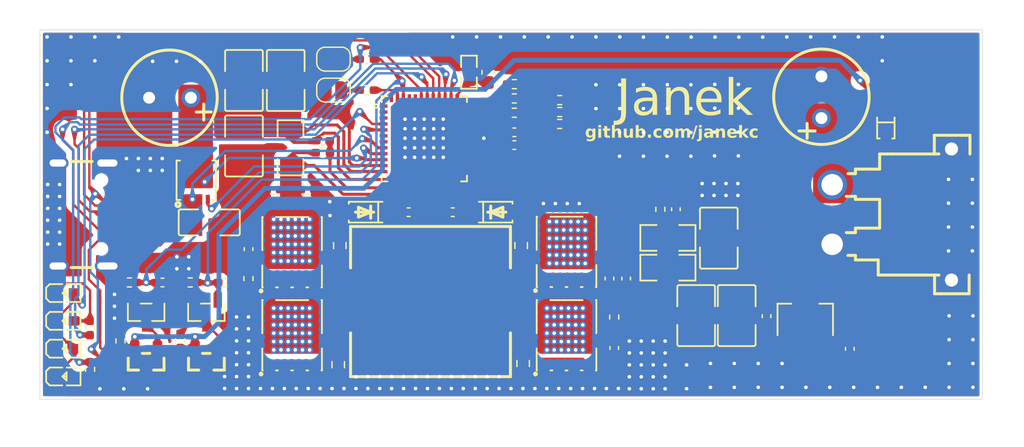
<source format=kicad_pcb>
(kicad_pcb (version 20241229) (generator "pcbnew") (generator_version "9.0")
  (layers (0 "F.Cu" signal) (2 "B.Cu" signal) (13 "F.Paste" user) (15 "B.Paste" user) (5 "F.SilkS" user "F.Silkscreen") (7 "B.SilkS" user "B.Silkscreen") (1 "F.Mask" user) (3 "B.Mask" user) (25 "Edge.Cuts" user))
  (net 0 "")
  (net 1 "VBUSR_Source")
  (net 2 "GND")
  (net 3 "VBUSL_Source")
  (net 4 "VBUSL_CIO")
  (net 5 "Net-(D1-K)")
  (net 6 "Net-(D2-K)")
  (net 7 "Net-(U1-CSN1)")
  (net 8 "Net-(U1-CSN2)")
  (net 9 "Net-(U1-VCCIO)")
  (net 10 "Net-(U1-VCC5V)")
  (net 11 "Net-(U1-NTC)")
  (net 12 "Net-(D3-A)")
  (net 13 "HLED")
  (net 14 "BAT-MODE")
  (net 15 "Net-(D3-C)")
  (net 16 "Net-(JP1-A)")
  (net 17 "Net-(LED1-+)")
  (net 18 "Net-(LED1--)")
  (net 19 "Net-(LED3-+)")
  (net 20 "Net-(Q1-G)")
  (net 21 "CIO_CC2")
  (net 22 "CIO_CC1")
  (net 23 "Net-(U1-HG1)")
  (net 24 "Net-(U1-HG2)")
  (net 25 "Net-(U1-LG1)")
  (net 26 "Net-(U1-LG2)")
  (net 27 "Net-(U1-BAT_NUM)")
  (net 28 "Net-(U1-FCAP)")
  (net 29 "Net-(U1-VSET)")
  (net 30 "Net-(U1-ISET)")
  (net 31 "Net-(U1-ISET_MODE)")
  (net 32 "Net-(JP2-A)")
  (net 33 "LED2{slash}SDA")
  (net 34 "LED1{slash}SCL")
  (net 36 "CIO_DP")
  (net 40 "CIO_DN")
  (net 49 "Net-(C2-Pad2)")
  (net 50 "Net-(QLB1-D)")
  (net 51 "Net-(QRB1-D)")
  (net 52 "Net-(C5-Pad1)")
  (net 53 "Net-(QLT1-D)")
  (net 54 "Net-(QRT1-D)")
  (net 55 "Net-(QLB1-G)")
  (net 56 "Net-(QLT1-G)")
  (net 57 "Net-(QRB1-G)")
  (net 58 "Net-(QRT1-G)")
  (net 59 "Net-(QE1-G)")
  (net 60 "Net-(QE2-G)")
  (footprint "easyeda2kicad:SOD-123_L2.6-W1.6-LS3.5-RD" (layer "F.Cu") (at 127.3 95.3 180)
    (property "Reference" "D1" (hide yes))
    (property "Value" "SMF30A_C364281")
  )
  (footprint "Resistor_SMD:R_0402_1005Metric_Pad0.72x0.64mm_HandSolder" (layer "F.Cu") (at 139.76 86.96)
    (property "Reference" "R16" (hide yes))
    (property "Value" "6.2k")
  )
  (footprint "easyeda2kicad:R1206" (layer "F.Cu") (at 152.63 97.46)
    (property "Reference" "R17" (hide yes))
    (property "Value" "0.01")
  )
  (footprint "Resistor_SMD:R_0402_1005Metric_Pad0.72x0.64mm_HandSolder" (layer "F.Cu") (at 127.4 82.4625 180)
    (property "Reference" "R13" (hide yes))
    (property "Value" "1k")
  )
  (footprint "Resistor_SMD:R_0603_1608Metric_Pad0.98x0.95mm_HandSolder" (layer "F.Cu") (at 125 108.1 -90)
    (property "Reference" "R6" (hide yes))
    (property "Value" "0")
  )
  (footprint "Capacitor_SMD:C_0402_1005Metric_Pad0.74x0.62mm_HandSolder" (layer "F.Cu") (at 139.76 88.6)
    (property "Reference" "C7" (hide yes))
    (property "Value" "1uF")
  )
  (footprint "Capacitor_SMD:C_0402_1005Metric_Pad0.74x0.62mm_HandSolder" (layer "F.Cu") (at 122.4325 93.42)
    (property "Reference" "CLQ1" (hide yes))
    (property "Value" "100nf 100V")
  )
  (footprint "Capacitor_SMD:C_0402_1005Metric_Pad0.74x0.62mm_HandSolder" (layer "F.Cu") (at 139.76 89.675)
    (property "Reference" "C8" (hide yes))
    (property "Value" "1uF")
  )
  (footprint "Capacitor_SMD:C_0402_1005Metric_Pad0.74x0.62mm_HandSolder" (layer "F.Cu") (at 134.6 95.304 180)
    (property "Reference" "C4" (hide yes))
    (property "Value" "100nf 100V")
  )
  (footprint "Capacitor_SMD:C_0402_1005Metric_Pad0.74x0.62mm_HandSolder" (layer "F.Cu") (at 130.9 95.304)
    (property "Reference" "C3" (hide yes))
    (property "Value" "100nf 100V")
  )
  (footprint "easyeda2kicad:DFN-8_L3.3-W3.3-P0.65-BL" (layer "F.Cu") (at 113.1 93.4425)
    (property "Reference" "Q1" (hide yes))
    (property "Value" "WSD3066DN33")
  )
  (footprint "Jumper:SolderJumper-2_P1.3mm_Open_RoundedPad1.0x1.5mm" (layer "F.Cu") (at 124.6 82.4625 180)
    (property "Reference" "JP2" (hide yes))
    (property "Value" "SolderJumper_2_Open")
  )
  (footprint "Resistor_SMD:R_0402_1005Metric_Pad0.72x0.64mm_HandSolder" (layer "F.Cu") (at 104.2 105.025 -90)
    (property "Reference" "R7" (hide yes))
    (property "Value" "100")
  )
  (footprint "Capacitor_SMD:C_0402_1005Metric_Pad0.74x0.62mm_HandSolder" (layer "F.Cu") (at 117.485 98.4 -90)
    (property "Reference" "C2" (hide yes))
    (property "Value" "1.5nf 50V")
  )
  (footprint "Capacitor_SMD:C_0402_1005Metric_Pad0.74x0.62mm_HandSolder" (layer "F.Cu") (at 147.734 100.8715 -90)
    (property "Reference" "CRQ1" (hide yes))
    (property "Value" "100nf 100V")
  )
  (footprint "easyeda2kicad:SOT-23_L2.9-W1.3-P1.90-LS2.4-BR" (layer "F.Cu") (at 108.9 107.8525 90)
    (property "Reference" "QE2" (hide yes))
    (property "Value" "2301_C334113")
  )
  (footprint "easyeda2kicad:SOD-123_L2.6-W1.6-LS3.5-RD" (layer "F.Cu") (at 138.2 95.3)
    (property "Reference" "D2" (hide yes))
    (property "Value" "SMF30A_C364281")
  )
  (footprint "Resistor_SMD:R_0402_1005Metric_Pad0.72x0.64mm_HandSolder" (layer "F.Cu") (at 152 95.06 -90)
    (property "Reference" "R11" (hide yes))
    (property "Value" "10")
  )
  (footprint "easyeda2kicad:IND-SMD_L13.4-W12.6" (layer "F.Cu") (at 132.784 102.704)
    (property "Reference" "L1" (hide yes))
    (property "Value" "5.6uH")
  )
  (footprint "easyeda2kicad:DFN-5_L6.1-W5.1-P1.27-BL" (layer "F.Cu") (at 121.134 99.614)
    (property "Reference" "QLT1" (hide yes))
    (property "Value" "NTMFS5C670NLT1G" (hide yes))
  )
  (footprint "easyeda2kicad:C1210" (layer "F.Cu") (at 120.6 84.25 -90)
    (property "Reference" "CL2" (hide yes))
    (property "Value" "22uF")
  )
  (footprint "easyeda2kicad:R1206" (layer "F.Cu") (at 121 89.9 -90)
    (property "Reference" "R1" (hide yes))
    (property "Value" "0.005")
  )
  (footprint "Resistor_SMD:R_0402_1005Metric_Pad0.72x0.64mm_HandSolder" (layer "F.Cu") (at 104.2 108.4875 90)
    (property "Reference" "R4" (hide yes))
    (property "Value" "100")
  )
  (footprint "Resistor_SMD:R_0402_1005Metric_Pad0.72x0.64mm_HandSolder" (layer "F.Cu") (at 111.75 106.1 -90)
    (property "Reference" "R25" (hide yes))
    (property "Value" "10k")
  )
  (footprint "easyeda2kicad:CONN-TH_XT30PW-M" (layer "F.Cu") (at 171.4 95.5 90)
    (property "Reference" "CN1" (hide yes))
    (property "Value" "XT30PW-M" (hide yes))
  )
  (footprint "Resistor_SMD:R_0402_1005Metric_Pad0.72x0.64mm_HandSolder" (layer "F.Cu") (at 112.5975 101.2 180)
    (property "Reference" "R24" (hide yes))
    (property "Value" "1M")
  )
  (footprint "Resistor_SMD:R_0402_1005Metric_Pad0.72x0.64mm_HandSolder" (layer "F.Cu") (at 148.134 104.104 90)
    (property "Reference" "R9" (hide yes))
    (property "Value" "2")
  )
  (footprint "easyeda2kicad:C1210" (layer "F.Cu") (at 117.1 89.75 90)
    (property "Reference" "CL4" (hide yes))
    (property "Value" "22uF")
  )
  (footprint "Resistor_SMD:R_0603_1608Metric_Pad0.98x0.95mm_HandSolder" (layer "F.Cu") (at 140.334 98.104 -90)
    (property "Reference" "R10" (hide yes))
    (property "Value" "0")
  )
  (footprint "Capacitor_SMD:C_0402_1005Metric_Pad0.74x0.62mm_HandSolder" (layer "F.Cu") (at 115.5 101.2 180)
    (property "Reference" "C13" (hide yes))
    (property "Value" "100nf")
  )
  (footprint "Capacitor_SMD:C_0603_1608Metric_Pad1.08x0.95mm_HandSolder" (layer "F.Cu") (at 137.56 83.56 90)
    (property "Reference" "C9" (hide yes))
    (property "Value" "100nF")
  )
  (footprint "easyeda2kicad:C1210" (layer "F.Cu") (at 156.9 97.48 -90)
    (property "Reference" "CR4" (hide yes))
    (property "Value" "22uF")
  )
  (footprint "Capacitor_SMD:C_0402_1005Metric_Pad0.74x0.62mm_HandSolder" (layer "F.Cu") (at 160.9 104.0275 90)
    (property "Reference" "C10" (hide yes))
    (property "Value" "2.2uF")
  )
  (footprint "Capacitor_SMD:C_0402_1005Metric_Pad0.74x0.62mm_HandSolder" (layer "F.Cu") (at 119.5675 93.42 180)
    (property "Reference" "CLQ2" (hide yes))
    (property "Value" "100nf 100V")
  )
  (footprint "easyeda2kicad:SOT-23-3_L2.9-W1.3-P1.90-LS2.4-BR" (layer "F.Cu") (at 108.9 103.7025 90)
    (property "Reference" "QE3" (hide yes))
    (property "Value" "2N7002")
  )
  (footprint "easyeda2kicad:CAP-TH_BD8.0-P3.50-D0.6-FD" (layer "F.Cu") (at 110.9 85.7 180)
    (property "Reference" "CL1" (hide yes))
    (property "Value" "220uF")
  )
  (footprint "easyeda2kicad:DFN-5_L6.1-W5.1-P1.27-BL" (layer "F.Cu") (at 121.134 106.584)
    (property "Reference" "QLB1" (hide yes))
    (property "Value" "NTMFS5C670NLT1G" (hide yes))
  )
  (footprint "Resistor_SMD:R_0402_1005Metric_Pad0.72x0.64mm_HandSolder" (layer "F.Cu") (at 107.5 101.2 180)
    (property "Reference" "R22" (hide yes))
    (property "Value" "1M")
  )
  (footprint "easyeda2kicad:C1210" (layer "F.Cu") (at 117.1 84.25 -90)
    (property "Reference" "CL3" (hide yes))
    (property "Value" "22uF")
  )
  (footprint "easyeda2kicad:SOT-23-3_L2.9-W1.3-P1.90-LS2.4-BR" (layer "F.Cu") (at 113.95 103.7025 90)
    (property "Reference" "QE4" (hide yes))
    (property "Value" "2N7002")
  )
  (footprint "easyeda2kicad:LED0603-RD" (layer "F.Cu") (at 102.01 102.09)
    (property "Reference" "LED4" (hide yes))
    (property "Value" "100%")
  )
  (footprint "easyeda2kicad:QFN-48_L7.0-W7.0-P0.50-TL-EP5.4-1" (layer "F.Cu") (at 132.21 89.15)
    (property "Reference" "U1" (hide yes))
    (property "Value" "IP2368_BZ_VGLIP_C5203723")
  )
  (footprint "Capacitor_SMD:C_0402_1005Metric_Pad0.74x0.62mm_HandSolder" (layer "F.Cu") (at 153.3 95.06 -90)
    (property "Reference" "C6" (hide yes))
    (property "Value" "1uF")
  )
  (footprint "easyeda2kicad:R1206" (layer "F.Cu") (at 152.63 99.96)
    (property "Reference" "R18" (hide yes))
    (property "Value" "0.01")
  )
  (footprint "Resistor_SMD:R_0402_1005Metric_Pad0.72x0.64mm_HandSolder" (layer "F.Cu") (at 106.75 106.1 -90)
    (property "Reference" "R23" (hide yes))
    (property "Value" "10k")
  )
  (footprint "easyeda2kicad:C1210" (layer "F.Cu") (at 155 103.98 90)
    (property "Reference" "CR3" (hide yes))
    (property "Value" "22uF")
  )
  (footprint "easyeda2kicad:DFN-5_L6.1-W5.1-P1.27-BL" (layer "F.Cu") (at 144.134 106.584)
    (property "Reference" "QRB1" (hide yes))
    (property "Value" "NTMFS5C670NLT1G")
  )
  (footprint "Resistor_SMD:R_0402_1005Metric_Pad0.72x0.64mm_HandSolder" (layer "F.Cu") (at 123.7125 90.31 180)
    (property "Reference" "R2" (hide yes))
    (property "Value" "10")
  )
  (footprint "easyeda2kicad:LED0603-RD" (layer "F.Cu") (at 102.01 106.756667)
    (property "Reference" "LED2" (hide yes))
    (property "Value" "50%")
  )
  (footprint "easyeda2kicad:USB-C-SMD_TYPE-C16PIN" (layer "F.Cu") (at 103.86 95.5 -90)
    (property "Reference" "USB1" (hide yes))
    (property "Value" "TYPE-C16PIN")
  )
  (footprint "Capacitor_SMD:C_0402_1005Metric_Pad0.74x0.62mm_HandSolder" (layer "F.Cu") (at 149.134 100.8715 -90)
    (property "Reference" "CRQ2" (hide yes))
    (property "Value" "100nf 100V")
  )
  (footprint "Resistor_SMD:R_0402_1005Metric_Pad0.72x0.64mm_HandSolder" (layer "F.Cu") (at 139.76 84.56)
    (property "Reference" "R14" (hide yes))
    (property "Value" "25k")
  )
  (footprint "easyeda2kicad:SOD-323_L1.8-W1.3-LS2.5-RD" (layer "F.Cu") (at 170.9 88.21 -90)
    (property "Reference" "D3" (hide yes))
    (property "Value" "1SS355_C2892574")
  )
  (footprint "Capacitor_SMD:C_0402_1005Metric_Pad0.74x0.62mm_HandSolder" (layer "F.Cu") (at 167.88 106.77 90)
    (property "Reference" "C11" (hide yes))
    (property "Value" "2.2uF")
  )
  (footprint "Resistor_SMD:R_0402_1005Metric_Pad0.72x0.64mm_HandSolder" (layer "F.Cu") (at 143.56 85.9)
    (property "Reference" "R19" (hide yes))
    (property "Value" "13k")
  )
  (footprint "easyeda2kicad:R0603" (layer "F.Cu") (at 135.96 83.56 90)
    (property "Reference" "RNTC1" (hide yes))
    (property "Value" "10k")
  )
  (footprint "Jumper:SolderJumper-2_P1.3mm_Open_RoundedPad1.0x1.5mm" (layer "F.Cu") (at 124.6 85.0625 180)
    (property "Reference" "JP1" (hide yes))
    (property "Value" "SolderJumper_2_Open")
  )
  (footprint "easyeda2kicad:DFN-5_L6.1-W5.1-P1.27-BL" (layer "F.Cu") (at 144.134 99.584)
    (property "Reference" "QRT1" (hide yes))
    (property "Value" "NTMFS5C670NLT1G" (hide yes))
  )
  (footprint "Resistor_SMD:R_0402_1005Metric_Pad0.72x0.64mm_HandSolder" (layer "F.Cu") (at 143.56 86.9)
    (property "Reference" "R20" (hide yes))
    (property "Value" "18k")
  )
  (footprint "Resistor_SMD:R_0402_1005Metric_Pad0.72x0.64mm_HandSolder" (layer "F.Cu") (at 127.3975 85.0625 180)
    (property "Reference" "R12" (hide yes))
    (property "Value" "1k")
  )
  (footprint "Resistor_SMD:R_0402_1005Metric_Pad0.72x0.64mm_HandSolder" (layer "F.Cu") (at 143.56 87.9)
    (property "Reference" "R21" (hide yes))
    (property "Value" "27k")
  )
  (footprint "Capacitor_SMD:C_0402_1005Metric_Pad0.74x0.62mm_HandSolder" (layer "F.Cu") (at 123.7125 89.31)
    (property "Reference" "CSC1" (hide yes))
    (property "Value" "1uF")
  )
  (footprint "Capacitor_SMD:C_0402_1005Metric_Pad0.74x0.62mm_HandSolder" (layer "F.Cu") (at 148.134 106.704 -90)
    (property "Reference" "C5" (hide yes))
    (property "Value" "1.5nf 50V")
  )
  (footprint "Resistor_SMD:R_0603_1608Metric_Pad0.98x0.95mm_HandSolder" (layer "F.Cu") (at 125.134 98.104 -90)
    (property "Reference" "R3" (hide yes))
    (property "Value" "0")
  )
  (footprint "Capacitor_SMD:C_0402_1005Metric_Pad0.74x0.62mm_HandSolder" (layer "F.Cu") (at 110.2675 101.2025 180)
    (property "Reference" "C12" (hide yes))
    (property "Value" "100nf")
  )
  (footprint "easyeda2kicad:CAP-TH_BD8.0-P3.50-D0.6-FD" (layer "F.Cu") (at 165.5 85.66 90)
    (property "Reference" "CR1" (hide yes))
    (property "Value" "220uF")
  )
  (footprint "Resistor_SMD:R_0402_1005Metric_Pad0.72x0.64mm_HandSolder" (layer "F.Cu") (at 139.7625 85.76)
    (property "Reference" "R15" (hide yes))
    (property "Value" "10k")
  )
  (footprint "Resistor_SMD:R_0402_1005Metric_Pad0.72x0.64mm_HandSolder" (layer "F.Cu") (at 117.475 100.875 90)
    (property "Reference" "R5" (hide yes))
    (property "Value" "2")
  )
  (footprint "easyeda2kicad:LED0603-RD" (layer "F.Cu") (at 102.01 109.09)
    (property "Reference" "LED1" (hide yes))
    (property "Value" "25%")
  )
  (footprint "Resistor_SMD:R_0603_1608Metric_Pad0.98x0.95mm_HandSolder" (layer "F.Cu") (at 140.5 108 -90)
    (property "Reference" "R8" (hide yes))
    (property "Value" "0")
  )
  (footprint "easyeda2kicad:SOT-23_L2.9-W1.3-P1.90-LS2.4-BR" (layer "F.Cu") (at 113.95 107.8525 90)
    (property "Reference" "QE1" (hide yes))
    (property "Value" "2301_C334113")
  )
  (footprint "easyeda2kicad:C1210" (layer "F.Cu") (at 158.4 103.98 90)
    (property "Reference" "CR2" (hide yes))
    (property "Value" "22uF")
  )
  (footprint "easyeda2kicad:SOT-89_L4.5-W2.5-P1.50-LS4.2-BR" (layer "F.Cu") (at 164.15 104.85 -90)
    (property "Reference" "U2" (hide yes))
    (property "Value" "ME6203A50PG")
  )
  (footprint "easyeda2kicad:C1206" (layer "F.Cu") (at 114.19 96.1625)
    (property "Reference" "CL7" (hide yes))
    (property "Value" "10uF")
  )
  (footprint "easyeda2kicad:LED0603-RD" (layer "F.Cu") (at 102.01 104.423333)
    (property "Reference" "LED3" (hide yes))
    (property "Value" "75%")
  )
  (gr_poly (pts (xy 105.7 92.8) (xy 110.1 92.8) (xy 111 93.8) (xy 113.6 93.8) (xy 113.6 97.3) (xy 111 97.3) (xy 110.1 98.2) (xy 105.7 98.2) (xy 105.7 97.6) (xy 107.4 97.6) (xy 107.9 97.1) (xy 107.9 93.9) (xy 107.4 93.4) (xy 105.7 93.4)) (fill yes) (layer "F.Cu") (net 4))
  (gr_poly (pts (xy 151.76 100.8) (xy 151.76 96.6) (xy 147.66 96.6) (xy 146.46 95.4) (xy 141.86 95.4) (xy 141.66 95.6) (xy 141.66 100) (xy 141.7 100.1) (xy 141.76 100.1) (xy 146.56 100.1) (xy 147.16 100.8)) (fill yes) (layer "F.Cu") (net 54))
  (gr_poly (pts (xy 123.425 100.075) (xy 123.425 95.375) (xy 121.925 93.875) (xy 121.925 90.675) (xy 120.125 90.675) (xy 120.125 93.975) (xy 118.725 95.375) (xy 118.725 100.075)) (fill yes) (layer "F.Cu") (net 53))
  (gr_poly (pts (xy 141.884 107.184) (xy 140.984 106.284) (xy 136.834 106.284) (xy 136.484 106.084) (xy 136.484 100.284) (xy 136.834 99.884) (xy 140.284 99.884) (xy 140.584 100.184) (xy 140.584 100.684) (xy 140.784 100.884) (xy 145.184 100.884) (xy 145.184 102.384) (xy 146.484 102.384) (xy 146.484 107.184) (xy 141.884 107.184)) (fill yes) (layer "F.Cu") (net 51))
  (gr_poly (pts (xy 111.6 93.3) (xy 111.6 84.9) (xy 111.9 84.6) (xy 122 84.6) (xy 122.1 84.7) (xy 122.1 86.6) (xy 121.9 86.8) (xy 121.9 89) (xy 118.8 89) (xy 118.7 89.1) (xy 114.8 89.1) (xy 114.6 88.9) (xy 114.6 87) (xy 114.5 87) (xy 114.5 93.2) (xy 114.4 93.3) (xy 111.6 93.3)) (fill yes) (layer "F.Cu") (net 3))
  (gr_poly (pts (xy 118.934 107.184) (xy 118.634 106.884) (xy 118.634 101.284) (xy 118.934 100.984) (xy 122.034 100.984) (xy 122.334 101.284) (xy 122.334 102.284) (xy 122.634 102.584) (xy 124.334 102.584) (xy 124.634 102.284) (xy 124.634 100.184) (xy 124.934 99.884) (xy 128.934 99.884) (xy 129.234 100.184) (xy 129.234 105.884) (xy 128.934 106.184) (xy 124.634 106.184) (xy 123.634 107.184) (xy 118.934 107.184)) (fill yes) (layer "F.Cu") (net 50))
  (gr_poly (pts (xy 163.9 98.26) (xy 159.7 103.06) (xy 153.7 103.06) (xy 153.4 102.26) (xy 153.4 96.36) (xy 154.8 96.36) (xy 155 96.56) (xy 155 97.06) (xy 155.2 97.26) (xy 158.6 97.26) (xy 159.3 96.56) (xy 159.3 94.66) (xy 161.4 92.56) (xy 161.4 86.96) (xy 162.2 86.16) (xy 167.4 86.16) (xy 168.2 86.96) (xy 168.2 93.66) (xy 167.3 94.56) (xy 165.2 94.56) (xy 164.8 94.16) (xy 164.8 89.26) (xy 164.6 89.26) (xy 164.6 94.56) (xy 163.9 95.26) (xy 163.9 98.26)) (fill yes) (layer "F.Cu") (net 1))
  (gr_rect (start 100 80) (end 179 111) (stroke (width 0.05)) (fill no) (layer "Edge.Cuts"))
  (gr_text "github.com/janekc" (at 145.675 89.225 0) (layer "F.SilkS") (effects (font (size 1 1) (thickness 0.2) (bold yes)) (justify left bottom)))
  (gr_text "Janek" (at 148.3 87.65 0) (layer "F.SilkS") (effects (font (size 3 3) (thickness 0.1)) (justify left bottom)))
  (segment (start 154.11 97.46) (end 154.11 96.19) (width 0.254) (layer "F.Cu") (net 1))
  (segment (start 146.6 92.5) (end 147.7 93.6) (width 0.254) (layer "F.Cu") (net 1))
  (segment (start 160.9 103.46) (end 164.13 103.46) (width 0.4) (layer "F.Cu") (net 1))
  (segment (start 153.3 96.15) (end 152.875 96.575) (width 0.2) (layer "F.Cu") (net 1))
  (segment (start 153.3 95.6275) (end 153.3 96.15) (width 0.2) (layer "F.Cu") (net 1))
  (segment (start 153.938 94.07564) (end 153.938 94.9895) (width 0.254) (layer "F.Cu") (net 1))
  (segment (start 152.875 96.575) (end 152.875 98.35) (width 0.2) (layer "F.Cu") (net 1))
  (segment (start 154.11 96.19) (end 154.8 95.5) (width 0.254) (layer "F.Cu") (net 1))
  (segment (start 154.8 93.8) (end 153.9 92.9) (width 0.254) (layer "F.Cu") (net 1))
  (segment (start 164.13 103.46) (end 164.16 103.49) (width 0.4) (layer "F.Cu") (net 1))
  (segment (start 137.8 92) (end 136.7 90.9) (width 0.254) (layer "F.Cu") (net 1))
  (segment (start 153.9 92.9) (end 148.2 92.9) (width 0.254) (layer "F.Cu") (net 1))
  (segment (start 147.7 93.6) (end 153.46236 93.6) (width 0.254) (layer "F.Cu") (net 1))
  (segment (start 153.175 98.65) (end 156.823 98.65) (width 0.2) (layer "F.Cu") (net 1))
  (segment (start 135.62 91.4) (end 136.2 91.4) (width 0.254) (layer "F.Cu") (net 1))
  (segment (start 153.46236 93.6) (end 153.938 94.07564) (width 0.254) (layer "F.Cu") (net 1))
  (segment (start 159.9 102.46) (end 160.9 103.46) (width 0.4) (layer "F.Cu") (net 1))
  (segment (start 152.875 98.35) (end 153.175 98.65) (width 0.2) (layer "F.Cu") (net 1))
  (segment (start 147.3 92) (end 137.8 92) (width 0.254) (layer "F.Cu") (net 1))
  (segment (start 148.2 92.9) (end 147.3 92) (width 0.254) (layer "F.Cu") (net 1))
  (segment (start 154.8 95.5) (end 154.8 93.8) (width 0.254) (layer "F.Cu") (net 1))
  (segment (start 136.2 91.4) (end 137.3 92.5) (width 0.254) (layer "F.Cu") (net 1))
  (segment (start 156.9 98.727) (end 156.9 99) (width 0.2) (layer "F.Cu") (net 1))
  (segment (start 156.823 98.65) (end 156.9 98.727) (width 0.2) (layer "F.Cu") (net 1))
  (segment (start 136.7 90.9) (end 135.62 90.9) (width 0.254) (layer "F.Cu") (net 1))
  (segment (start 158.4 102.46) (end 159.9 102.46) (width 0.4) (layer "F.Cu") (net 1))
  (segment (start 137.3 92.5) (end 146.6 92.5) (width 0.254) (layer "F.Cu") (net 1))
  (segment (start 153.938 94.9895) (end 153.3 95.6275) (width 0.254) (layer "F.Cu") (net 1))
  (segment (start 123.3625 86.94) (end 123.8125 87.39) (width 0.254) (layer "F.Cu") (net 2))
  (segment (start 123.3625 85.0525) (end 123.3625 86.94) (width 0.254) (layer "F.Cu") (net 2))
  (segment (start 135.62 89.4) (end 136.9 89.4) (width 0.2) (layer "F.Cu") (net 2))
  (segment (start 125.1125 87.39) (end 125.93 88.2075) (width 0.254) (layer "F.Cu") (net 2))
  (segment (start 125.93 88.2075) (end 125.93 91.1) (width 0.254) (layer "F.Cu") (net 2))
  (segment (start 136.9 89.4) (end 137.2 89.1) (width 0.2) (layer "F.Cu") (net 2))
  (segment (start 126.22 91.39) (end 128.79 91.39) (width 0.254) (layer "F.Cu") (net 2))
  (segment (start 123.8125 87.39) (end 125.1125 87.39) (width 0.254) (layer "F.Cu") (net 2))
  (segment (start 128.79 91.39) (end 128.8 91.4) (width 0.254) (layer "F.Cu") (net 2))
  (segment (start 125.93 91.1) (end 126.22 91.39) (width 0.254) (layer "F.Cu") (net 2))
  (via (at 102.6 84.6) (size 0.6) (drill 0.3) (layers "F.Cu" "B.Cu") (net 2))
  (via (at 138.6 80.6) (size 0.6) (drill 0.3) (layers "F.Cu" "B.Cu") (net 2))
  (via (at 148.6 84.61) (size 0.6) (drill 0.3) (layers "F.Cu" "B.Cu") (net 2))
  (via (at 100.6 84.6) (size 0.6) (drill 0.3) (layers "F.Cu" "B.Cu") (net 2))
  (via (at 178.15 92.55) (size 0.6) (drill 0.3) (layers "F.Cu" "B.Cu") (net 2))
  (via (at 150.4 110.118) (size 0.6) (drill 0.3) (layers "F.Cu" "B.Cu") (net 2))
  (via (at 131.482 110.1) (size 0.6) (drill 0.3) (layers "F.Cu" "B.Cu") (net 2))
  (via (at 140.482 110.1) (size 0.6) (drill 0.3) (layers "F.Cu" "B.Cu") (net 2))
  (via (at 150.4 106.118) (size 0.6) (drill 0.3) (layers "F.Cu" "B.Cu") (net 2))
  (via (at 138.482 110.1) (size 0.6) (drill 0.3) (layers "F.Cu" "B.Cu") (net 2))
  (via (at 150.58 86.61) (size 0.6) (drill 0.3) (layers "F.Cu" "B.Cu") (net 2))
  (via (at 152.56 90.61) (size 0.6) (drill 0.3) (layers "F.Cu" "B.Cu") (net 2))
  (via (at 141.482 110.1) (size 0.6) (drill 0.3) (layers "F.Cu" "B.Cu") (net 2))
  (via (at 117.482 106.1) (size 0.6) (drill 0.3) (layers "F.Cu" "B.Cu") (net 2))
  (via (at 134.482 109.1) (size 0.6) (drill 0.3) (layers "F.Cu" "B.Cu") (net 2))
  (via (at 118.482 110.1) (size 0.6) (drill 0.3) (layers "F.Cu" "B.Cu") (net 2))
  (via (at 117.482 108.1) (size 0.6) (drill 0.3) (layers "F.Cu" "B.Cu") (net 2))
  (via (at 125.482 110.1) (size 0.6) (drill 0.3) (layers "F.Cu" "B.Cu") (net 2))
  (via (at 116.482 109.1) (size 0.6) (drill 0.3) (layers "F.Cu" "B.Cu") (net 2))
  (via (at 155.5 92.9) (size 0.6) (drill 0.3) (layers "F.Cu" "B.Cu") (net 2))
  (via (at 132.482 110.1) (size 0.6) (drill 0.3) (layers "F.Cu" "B.Cu") (net 2))
  (via (at 142.482 110.1) (size 0.6) (drill 0.3) (layers "F.Cu" "B.Cu") (net 2))
  (via (at 158.54 84.58) (size 0.6) (drill 0.3) (layers "F.Cu" "B.Cu") (net 2))
  (via (at 133.8 88.301) (size 0.6) (drill 0.3) (layers "F.Cu" "B.Cu") (net 2))
  (via (at 144.2 94.582) (size 0.6) (drill 0.3) (layers "F.Cu" "B.Cu") (net 2))
  (via (at 112.475 100.05) (size 0.6) (drill 0.3) (layers "F.Cu" "B.Cu") (net 2))
  (via (at 150.58 80.61) (size 0.6) (drill 0.3) (layers "F.Cu" "B.Cu") (net 2))
  (via (at 108.25 91.8) (size 0.6) (drill 0.3) (layers "F.Cu" "B.Cu") (net 2))
  (via (at 178.2 110) (size 0.6) (drill 0.3) (layers "F.Cu" "B.Cu") (net 2))
  (via (at 133 89.1) (size 0.6) (drill 0.3) (layers "F.Cu" "B.Cu") (net 2))
  (via (at 148.58 90.61) (size 0.6) (drill 0.3) (layers "F.Cu" "B.Cu") (net 2))
  (via (at 100.6 86.6) (size 0.6) (drill 0.3) (layers "F.Cu" "B.Cu") (net 2))
  (via (at 133.482 110.1) (size 0.6) (drill 0.3) (layers "F.Cu" "B.Cu") (net 2))
  (via (at 145.482 110.1) (size 0.6) (drill 0.3) (layers "F.Cu" "B.Cu") (net 2))
  (via (at 116.475 104.093) (size 0.6) (drill 0.3) (layers "F.Cu" "B.Cu") (net 2))
  (via (at 164.2 110) (size 0.6) (drill 0.3) (layers "F.Cu" "B.Cu") (net 2))
  (via (at 107.025 110.125) (size 0.6) (drill 0.3) (layers "F.Cu" "B.Cu") (net 2))
  (via (at 136.6 80.6) (size 0.6) (drill 0.3) (layers "F.Cu" "B.Cu") (net 2))
  (via (at 115.475 109.093) (size 0.6) (drill 0.3) (layers "F.Cu" "B.Cu") (net 2))
  (via (at 102.6 80.6) (size 0.6) (drill 0.3) (layers "F.Cu" "B.Cu") (net 2))
  (via (at 152.58 86.61) (size 0.6) (drill 0.3) (layers "F.Cu" "B.Cu") (net 2))
  (via (at 154.56 90.61) (size 0.6) (drill 0.3) (layers "F.Cu" "B.Cu") (net 2))
  (via (at 142.6 80.6) (size 0.6) (drill 0.3) (layers "F.Cu" "B.Cu") (net 2))
  (via (at 133 87.5) (size 0.6) (drill 0.3) (layers "F.Cu" "B.Cu") (net 2))
  (via (at 133.8 87.5) (size 0.6) (drill 0.3) (layers "F.Cu" "B.Cu") (net 2))
  (via (at 154.58 80.61) (size 0.6) (drill 0.3) (layers "F.Cu" "B.Cu") (net 2))
  (via (at 102.6 82.6) (size 0.6) (drill 0.3) (layers "F.Cu" "B.Cu") (net 2))
  (via (at 100.6 82.6) (size 0.6) (drill 0.3) (layers "F.Cu" "B.Cu") (net 2))
  (via (at 140.6 80.6) (size 0.6) (drill 0.3) (layers "F.Cu" "B.Cu") (net 2))
  (via (at 121.482 110.1) (size 0.6) (drill 0.3) (layers "F.Cu" "B.Cu") (net 2))
  (via (at 139.482 110.1) (size 0.6) (drill 0.3) (layers "F.Cu" "B.Cu") (net 2))
  (via (at 149.4 110.118) (size 0.6) (drill 0.3) (layers "F.Cu" "B.Cu") (net 2))
  (via (at 135.482 109.1) (size 0.6) (drill 0.3) (layers "F.Cu" "B.Cu") (net 2))
  (via (at 158.5 92.9) (size 0.6) (drill 0.3) (layers "F.Cu" "B.Cu") (net 2))
  (via (at 131.4 88.301) (size 0.6) (drill 0.3) (layers "F.Cu" "B.Cu") (net 2))
  (via (at 133 88.301) (size 0.6) (drill 0.3) (layers "F.Cu" "B.Cu") (net 2))
  (via (at 131.482 109.1) (size 0.6) (drill 0.3) (layers "F.Cu" "B.Cu") (net 2))
  (via (at 107.25 90.8) (size 0.6) (drill 0.3) (layers "F.Cu" "B.Cu") (net 2))
  (via (at 158.2 110) (size 0.6) (drill 0.3) (layers "F.Cu" "B.Cu") (net 2))
  (via (at 144.482 110.1) (size 0.6) (drill 0.3) (layers "F.Cu" "B.Cu") (net 2))
  (via (at 150.58 88.61) (size 0.6) (drill 0.3) (layers "F.Cu" "B.Cu") (net 2))
  (via (at 117.482 109.1) (size 0.6) (drill 0.3) (layers "F.Cu" "B.Cu") (net 2))
  (via (at 100.65 92.98) (size 0.6) (drill 0.3) (layers "F.Cu" "B.Cu") (net 2))
  (via (at 147.482 110.1) (size 0.6) (drill 0.3) (layers "F.Cu" "B.Cu") (net 2))
  (via (at 158.5 93.9) (size 0.6) (drill 0.3) (layers "F.Cu" "B.Cu") (net 2))
  (via (at 105.025 110.125) (size 0.6) (drill 0.3) (layers "F.Cu" "B.Cu") (net 2))
  (via (at 172.2 110) (size 0.6) (drill 0.3) (layers "F.Cu" "B.Cu") (net 2))
  (via (at 100.65 95.98) (size 0.6) (drill 0.3) (layers "F.Cu" "B.Cu") (net 2))
  (via (at 143.482 110.1) (size 0.6) (drill 0.3) (layers "F.Cu" "B.Cu") (net 2))
  (via (at 152.4 108.118) (size 0.6) (drill 0.3) (layers "F.Cu" "B.Cu") (net 2))
  (via (at 116.475 105.093) (size 0.6) (drill 0.3) (layers "F.Cu" "B.Cu") (net 2))
  (via (at 149.4 109.118) (size 0.6) (drill 0.3) (layers "F.Cu" "B.Cu") (net 2))
  (via (at 106.6 80.6) (size 0.6) (drill 0.3) (layers "F.Cu" "B.Cu") (net 2))
  (via (at 117.482 107.1) (size 0.6) (drill 0.3) (layers "F.Cu" "B.Cu") (net 2))
  (via (at 152.56 88.61) (size 0.6) (drill 0.3) (layers "F.Cu" "B.Cu") (net 2))
  (via (at 160.58 80.61) (size 0.6) (drill 0.3) (layers "F.Cu" "B.Cu") (net 2))
  (via (at 154.2 110.118) (size 0.6) (drill 0.3) (layers "F.Cu" "B.Cu") (net 2))
  (via (at 154.56 84.61) (size 0.6) (drill 0.3) (layers "F.Cu" "B.Cu") (net 2))
  (via (at 122.482 110.1) (size 0.6) (drill 0.3) (layers "F.Cu" "B.Cu") (net 2))
  (via (at 157.5 93.9) (size 0.6) (drill 0.3) (layers "F.Cu" "B.Cu") (net 2))
  (via (at 111.445 82.647) (size 0.6) (drill 0.3) (layers "F.Cu" "B.Cu") (net 2))
  (via (at 152.58 80.61) (size 0.6) (drill 0.3) (layers "F.Cu" "B.Cu") (net 2))
  (via (at 124.482 110.1) (size 0.6) (drill 0.3) (layers "F.Cu" "B.Cu") (net 2))
  (via (at 133 89.9) (size 0.6) (drill 0.3) (layers "F.Cu" "B.Cu") (net 2))
  (via (at 170.2 110) (size 0.6) (drill 0.3) (layers "F.Cu" "B.Cu") (net 2))
  (via (at 154.2 108.118) (size 0.6) (drill 0.3) (layers "F.Cu" "B.Cu") (net 2))
  (via (at 106.25 102.2) (size 0.6) (drill 0.3) (layers "F.Cu" "B.Cu") (net 2))
  (via (at 100.65 93.98) (size 0.6) (drill 0.3) (layers "F.Cu" "B.Cu") (net 2))
  (via (at 136.482 110.1) (size 0.6) (drill 0.3) (layers "F.Cu" "B.Cu") (net 2))
  (via (at 151.4 106.118) (size 0.6) (drill 0.3) (layers "F.Cu" "B.Cu") (net 2))
  (via (at 109.25 91.8) (size 0.6) (drill 0.3) (layers "F.Cu" "B.Cu") (net 2))
  (via (at 149.4 107.118) (size 0.6) (drill 0.3) (layers "F.Cu" "B.Cu") (net 2))
  (via (at 130.599 87.5) (size 0.6) (drill 0.3) (layers "F.Cu" "B.Cu") (net 2))
  (via (at 176.15 94.55) (size 0.6) (drill 0.3) (layers "F.Cu" "B.Cu") (net 2))
  (via (at 156.2 108) (size 0.6) (drill 0.3) (layers "F.Cu" "B.Cu") (net 2))
  (via (at 126.5 109.118) (size 0.6) (drill 0.3) (layers "F.Cu" "B.Cu") (net 2))
  (via (at 101.65 97.98) (size 0.6) (drill 0.3) (layers "F.Cu" "B.Cu") (net 2))
  (via (at 150.4 109.118) (size 0.6) (drill 0.3) (layers "F.Cu" "B.Cu") (net 2))
  (via (at 130.599 90.7) (size 0.6) (drill 0.3) (layers "F.Cu" "B.Cu") (net 2))
  (via (at 148.58 88.61) (size 0.6) (drill 0.3) (layers "F.Cu" "B.Cu") (net 2))
  (via (at 178.15 98.55) (size 0.6) (drill 0.3) (layers "F.Cu" "B.Cu") (net 2))
  (via (at 149.4 108.118) (size 0.6) (drill 0.3) (layers "F.Cu" "B.Cu") (net 2))
  (via (at 131.4 90.7) (size 0.6) (drill 0.3) (layers "F.Cu" "B.Cu") (net 2))
  (via (at 162.2 110) (size 0.6) (drill 0.3) (layers "F.Cu" "B.Cu") (net 2))
  (via (at 160.2 110) (size 0.6) (drill 0.3) (layers "F.Cu" "B.Cu") (net 2))
  (via (at 151.4 107.118) (size 0.6) (drill 0.3) (layers "F.Cu" "B.Cu") (net 2))
  (via (at 170.6 82.6) (size 0.6) (drill 0.3) (layers "F.Cu" "B.Cu") (net 2))
  (via (at 162.6 80.6) (size 0.6) (drill 0.3) (layers "F.Cu" "B.Cu") (net 2))
  (via (at 156.2 110) (size 0.6) (drill 0.3) (layers "F.Cu" "B.Cu") (net 2))
  (via (at 132.199 89.9) (size 0.6) (drill 0.3) (layers "F.Cu" "B.Cu") (net 2))
  (via (at 176.2 106) (size 0.6) (drill 0.3) (layers "F.Cu" "B.Cu") (net 2))
  (via (at 156.58 80.61) (size 0.6) (drill 0.3) (layers "F.Cu" "B.Cu") (net 2))
  (via (at 106.25 103.2) (size 0.6) (drill 0.3) (layers "F.Cu" "B.Cu") (net 2))
  (via (at 131.4 87.5) (size 0.6) (drill 0.3) (layers "F.Cu" "B.Cu") (net 2))
  (via (at 135.482 110.1) (size 0.6) (drill 0.3) (layers "F.Cu" "B.Cu") (net 2))
  (via (at 168.2 110) (size 0.6) (drill 0.3) (layers "F.Cu" "B.Cu") (net 2))
  (via (at 158.54 88.58) (size 0.6) (drill 0.3) (layers "F.Cu" "B.Cu") (net 2))
  (via (at 168.6 80.6) (size 0.6) (drill 0.3) (layers "F.Cu" "B.Cu") (net 2))
  (via (at 109.025 110.125) (size 0.6) (drill 0.3) (layers "F.Cu" "B.Cu") (net 2))
  (via (at 126.482 110.1) (size 0.6) (drill 0.3) (layers "F.Cu" "B.Cu") (net 2))
  (via (at 176.2 104) (size 0.6) (drill 0.3) (layers "F.Cu" "B.Cu") (net 2))
  (via (at 150.4 108.118) (size 0.6) (drill 0.3) (layers "F.Cu" "B.Cu") (net 2))
  (via (at 144.6 80.6) (size 0.6) (drill 0.3) (layers "F.Cu" "B.Cu") (net 2))
  (via (at 137.2 89.1) (size 0.6) (drill 0.3) (layers "F.Cu" "B.Cu") (net 2))
  (via (at 106.25 104.2) (size 0.6) (drill 0.3) (layers "F.Cu" "B.Cu") (net 2))
  (via (at 150.58 84.61) (size 0.6) (drill 0.3) (layers "F.Cu" "B.Cu") (net 2))
  (via (at 117.475 105.093) (size 0.6) (drill 0.3) (layers "F.Cu" "B.Cu") (net 2))
  (via (at 154.56 88.61) (size 0.6) (drill 0.3) (layers "F.Cu" "B.Cu") (net 2))
  (via (at 116.482 106.1) (size 0.6) (drill 0.3) (layers "F.Cu" "B.Cu") (net 2))
  (via (at 149.4 106.118) (size 0.6) (drill 0.3) (layers "F.Cu" "B.Cu") (net 2))
  (via (at 158.54 86.58) (size 0.6) (drill 0.3) (layers "F.Cu" "B.Cu") (net 2))
  (via (at 100.65 94.98) (size 0.6) (drill 0.3) (layers "F.Cu" "B.Cu") (net 2))
  (via (at 127.482 109.1) (size 0.6) (drill 0.3) (layers "F.Cu" "B.Cu") (net 2))
  (via (at 101.65 93.98) (size 0.6) (drill 0.3) (layers "F.Cu" "B.Cu") (net 2))
  (via (at 146.6 84.61) (size 0.6) (drill 0.3) (layers "F.Cu" "B.Cu") (net 2))
  (via (at 176.2 110) (size 0.6) (drill 0.3) (layers "F.Cu" "B.Cu") (net 2))
  (via (at 112.475 99.05) (size 0.6) (drill 0.3) (layers "F.Cu" "B.Cu") (net 2))
  (via (at 104.6 82.6) (size 0.6) (drill 0.3) (layers "F.Cu" "B.Cu") (net 2))
  (via (at 151.4 110.118) (size 0.6) (drill 0.3) (layers "F.Cu" "B.Cu") (net 2))
  (via (at 148.482 110.1) (size 0.6) (drill 0.3) (layers "F.Cu" "B.Cu") (net 2))
  (via (at 117.482 110.1) (size 0.6) (drill 0.3) (layers "F.Cu" "B.Cu") (net 2))
  (via (at 133.8 90.7) (size 0.6) (drill 0.3) (layers "F.Cu" "B.Cu") (net 2))
  (via (at 156.56 84.58) (size 0.6) (drill 0.3) (layers "F.Cu" "B.Cu") (net 2))
  (via (at 174.2 110) (size 0.6) (drill 0.3) (layers "F.Cu" "B.Cu") (net 2))
  (via (at 120.482 110.1) (size 0.6) (drill 0.3) (layers "F.Cu" "B.Cu") (net 2))
  (via (at 104.6 80.6) (size 0.6) (drill 0.3) (layers "F.Cu" "B.Cu") (net 2))
  (via (at 151.4 108.118) (size 0.6) (drill 0.3) (layers "F.Cu" "B.Cu") (net 2))
  (via (at 132.482 109.1) (size 0.6) (drill 0.3) (layers "F.Cu" "B.Cu") (net 2))
  (via (at 133.799 89.1) (size 0.6) (drill 0.3) (layers "F.Cu" "B.Cu") (net 2))
  (via (at 131.399 89.1) (size 0.6) (drill 0.3) (layers "F.Cu" "B.Cu") (net 2))
  (via (at 108.25 90.8) (size 0.6) (drill 0.3) (layers "F.Cu" "B.Cu") (net 2))
  (via (at 117.475 104.093) (size 0.6) (drill 0.3) (layers "F.Cu" "B.Cu") (net 2))
  (via (at 124.31 95.59) (size 0.6) (drill 0.3) (layers "F.Cu" "B.Cu") (net 2))
  (via (at 124.29 94.42) (size 0.6) (drill 0.3) (layers "F.Cu" "B.Cu") (net 2))
  (via (at 128.482 109.1) (size 0.6) (drill 0.3) (layers "F.Cu" "B.Cu") (net 2))
  (via (at 130.599 88.301) (size 0.6) (drill 0.3) (layers "F.Cu" "B.Cu") (net 2))
  (via (at 111.475 99.05) (size 0.6) (drill 0.3) (layers "F.Cu" "B.Cu") (net 2))
  (via (at 100.65 97.98) (size 0.6) (drill 0.3) (layers "F.Cu" "B.Cu") (net 2))
  (via (at 101.65 92.98) (size 0.6) (drill 0.3) (layers "F.Cu" "B.Cu") (net 2))
  (via (at 133.482 109.1) (size 0.6) (drill 0.3) (layers "F.Cu" "B.Cu") (net 2))
  (via (at 151.4 109.118) (size 0.6) (drill 0.3) (layers "F.Cu" "B.Cu") (net 2))
  (via (at 137.482 110.1) (size 0.6) (drill 0.3) (layers "F.Cu" "B.Cu") (net 2))
  (via (at 116.482 110.1) (size 0.6) (drill 0.3) (layers "F.Cu" "B.Cu") (net 2))
  (via (at 176.15 98.55) (size 0.6) (drill 0.3) (layers "F.Cu" "B.Cu") (net 2))
  (via (at 164.6 80.6) (size 0.6) (drill 0.3) (layers "F.Cu" "B.Cu") (net 2))
  (via (at 156.5 92.9) (size 0.6) (drill 0.3) (layers "F.Cu" "B.Cu") (net 2))
  (via (at 143.2 94.582) (size 0.6) (drill 0.3) (layers "F.Cu" "B.Cu") (net 2))
  (via (at 101.65 94.98) (size 0.6) (drill 0.3) (layers "F.Cu" "B.Cu") (net 2))
  (via (at 176.15 96.55) (size 0.6) (drill 0.3) (layers "F.Cu" "B.Cu") (net 2))
  (via (at 154.56 86.61) (size 0.6) (drill 0.3) (layers "F.Cu" "B.Cu") (net 2))
  (via (at 113.445 82.647) (size 0.6) (drill 0.3) (layers "F.Cu" "B.Cu") (net 2))
  (via (at 146.482 110.1) (size 0.6) (drill 0.3) (layers "F.Cu" "B.Cu") (net 2))
  (via (at 178.2 106) (size 0.6) (drill 0.3) (layers "F.Cu" "B.Cu") (net 2))
  (via (at 157.5 92.9) (size 0.6) (drill 0.3) (layers "F.Cu" "B.Cu") (net 2))
  (via (at 155.5 93.9) (size 0.6) (drill 0.3) (layers "F.Cu" "B.Cu") (net 2))
  (via (at 115.475 110.093) (size 0.6) (drill 0.3) (layers "F.Cu" "B.Cu") (net 2))
  (via (at 132.199 89.1) (size 0.6) (drill 0.3) (layers "F.Cu" "B.Cu") (net 2))
  (via (at 146.6 80.6) (size 0.6) (drill 0.3) (layers "F.Cu" "B.Cu") (net 2))
  (via (at 166.2 110) (size 0.6) (drill 0.3) (layers "F.Cu" "B.Cu") (net 2))
  (via (at 156.54 90.58) (size 0.6) (drill 0.3) (layers "F.Cu" "B.Cu") (net 2))
  (via (at 145.2 94.582) (size 0.6) (drill 0.3) (layers "F.Cu" "B.Cu") (net 2))
  (via (at 134.6 80.6) (size 0.6) (drill 0.3) (layers "F.Cu" "B.Cu") (net 2))
  (via (at 119.482 110.1) (size 0.6) (drill 0.3) (layers "F.Cu" "B.Cu") (net 2))
  (via (at 100.6 80.6) (size 0.6) (drill 0.3) (layers "F.Cu" "B.Cu") (net 2))
  (via (at 132.199 87.5) (size 0.6) (drill 0.3) (layers "F.Cu" "B.Cu") (net 2))
  (via (at 123.482 110.1) (size 0.6) (drill 0.3) (layers "F.Cu" "B.Cu") (net 2))
  (via (at 146.6 86.61) (size 0.6) (drill 0.3) (layers "F.Cu" "B.Cu") (net 2))
  (via (at 100.65 96.98) (size 0.6) (drill 0.3) (layers "F.Cu" "B.Cu") (net 2))
  (via (at 158.2 108) (size 0.6) (drill 0.3) (layers "F.Cu" "B.Cu") (net 2))
  (via (at 156.5 93.9) (size 0.6) (drill 0.3) (layers "F.Cu" "B.Cu") (net 2))
  (via (at 116.482 107.1) (size 0.6) (drill 0.3) (layers "F.Cu" "B.Cu") (net 2))
  (via (at 176.2 108) (size 0.6) (drill 0.3) (layers "F.Cu" "B.Cu") (net 2))
  (via (at 110.25 90.8) (size 0.6) (drill 0.3) (layers "F.Cu" "B.Cu") (net 2))
  (via (at 116.482 108.1) (size 0.6) (drill 0.3) (layers "F.Cu" "B.Cu") (net 2))
  (via (at 156.54 88.58) (size 0.6) (drill 0.3) (layers "F.Cu" "B.Cu") (net 2))
  (via (at 178.15 96.55) (size 0.6) (drill 0.3) (layers "F.Cu" "B.Cu") (net 2))
  (via (at 176.15 92.55) (size 0.6) (drill 0.3) (layers "F.Cu" "B.Cu") (net 2))
  (via (at 148.6 80.6) (size 0.6) (drill 0.3) (layers "F.Cu" "B.Cu") (net 2))
  (via (at 129.482 110.1) (size 0.6) (drill 0.3) (layers "F.Cu" "B.Cu") (net 2))
  (via (at 110.25 91.8) (size 0.6) (drill 0.3) (layers "F.Cu" "B.Cu") (net 2))
  (via (at 130.482 110.1) (size 0.6) (drill 0.3) (layers "F.Cu" "B.Cu") (net 2))
  (via (at 111.475 100.05) (size 0.6) (drill 0.3) (layers "F.Cu" "B.Cu") (net 2))
  (via (at 133.8 89.9) (size 0.6) (drill 0.3) (layers "F.Cu" "B.Cu") (net 2))
  (via (at 152.58 84.61) (size 0.6) (drill 0.3) (layers "F.Cu" "B.Cu") (net 2))
  (via (at 152.4 109.118) (size 0.6) (drill 0.3) (layers "F.Cu" "B.Cu") (net 2))
  (via (at 101.65 96.98) (size 0.6) (drill 0.3) (layers "F.Cu" "B.Cu") (net 2))
  (via (at 137.482 109.1) (size 0.6) (drill 0.3) (layers "F.Cu" "B.Cu") (net 2))
  (via (at 138.482 109.1) (size 0.6) (drill 0.3) (layers "F.Cu" "B.Cu") (net 2))
  (via (at 101.65 95.98) (size 0.6) (drill 0.3) (layers "F.Cu" "B.Cu") (net 2))
  (via (at 150.4 107.118) (size 0.6) (drill 0.3) (layers "F.Cu" "B.Cu") (net 2))
  (via (at 178.15 94.55) (size 0.6) (drill 0.3) (layers "F.Cu" "B.Cu") (net 2))
  (via (at 109.25 90.8) (size 0.6) (drill 0.3) (layers "F.Cu" "B.Cu") (net 2))
  (via (at 152.4 110.118) (size 0.6) (drill 0.3) (layers "F.Cu" "B.Cu") (net 2))
  (via (at 178.2 104) (size 0.6) (drill 0.3) (layers "F.Cu" "B.Cu") (net 2))
  (via (at 127.482 110.1) (size 0.6) (drill 0.3) (layers "F.Cu" "B.Cu") (net 2))
  (via (at 130.599 89.9) (size 0.6) (drill 0.3) (layers "F.Cu" "B.Cu") (net 2))
  (via (at 132.199 90.7) (size 0.6) (drill 0.3) (layers "F.Cu" "B.Cu") (net 2))
  (via (at 129.482 109.1) (size 0.6) (drill 0.3) (layers "F.Cu" "B.Cu") (net 2))
  (via (at 148.6 86.61) (size 0.6) (drill 0.3) (layers "F.Cu" "B.Cu") (net 2))
  (via (at 166.6 80.6) (size 0.6) (drill 0.3) (layers "F.Cu" "B.Cu") (net 2))
  (via (at 109.445 82.647) (size 0.6) (drill 0.3) (layers "F.Cu" "B.Cu") (net 2))
  (via (at 128.482 110.1) (size 0.6) (drill 0.3) (layers "F.Cu" "B.Cu") (net 2))
  (via (at 131.4 89.9) (size 0.6) (drill 0.3) (layers "F.Cu" "B.Cu") (net 2))
  (via (at 130.599 89.1) (size 0.6) (drill 0.3) (layers "F.Cu" "B.Cu") (net 2))
  (via (at 160.2 108) (size 0.6) (drill 0.3) (layers "F.Cu" "B.Cu") (net 2))
  (via (at 156.56 86.58) (size 0.6) (drill 0.3) (layers "F.Cu" "B.Cu") (net 2))
  (via (at 150.58 90.61) (size 0.6) (drill 0.3) (layers "F.Cu" "B.Cu") (net 2))
  (via (at 100.6 88.6) (size 0.6) (drill 0.3) (layers "F.Cu" "B.Cu") (net 2))
  (via (at 158.54 90.58) (size 0.6) (drill 0.3) (layers "F.Cu" "B.Cu") (net 2))
  (via (at 158.58 80.61) (size 0.6) (drill 0.3) (layers "F.Cu" "B.Cu") (net 2))
  (via (at 136.482 109.1) (size 0.6) (drill 0.3) (layers "F.Cu" "B.Cu") (net 2))
  (via (at 142.2 94.582) (size 0.6) (drill 0.3) (layers "F.Cu" "B.Cu") (net 2))
  (via (at 152.4 106.118) (size 0.6) (drill 0.3) (layers "F.Cu" "B.Cu") (net 2))
  (via (at 170.6 80.6) (size 0.6) (drill 0.3) (layers "F.Cu" "B.Cu") (net 2))
  (via (at 152.4 107.118) (size 0.6) (drill 0.3) (layers "F.Cu" "B.Cu") (net 2))
  (via (at 162.2 108) (size 0.6) (drill 0.3) (layers "F.Cu" "B.Cu") (net 2))
  (via (at 134.482 110.1) (size 0.6) (drill 0.3) (layers "F.Cu" "B.Cu") (net 2))
  (via (at 130.482 109.1) (size 0.6) (drill 0.3) (layers "F.Cu" "B.Cu") (net 2))
  (via (at 132.199 88.301) (size 0.6) (drill 0.3) (layers "F.Cu" "B.Cu") (net 2))
  (via (at 133 90.7) (size 0.6) (drill 0.3) (layers "F.Cu" "B.Cu") (net 2))
  (via (at 178.2 108) (size 0.6) (drill 0.3) (layers "F.Cu" "B.Cu") (net 2))
  (segment (start 125.9825 92.56) (end 125.01 91.5875) (width 0.254) (layer "F.Cu") (net 3))
  (segment (start 127.18 90.863394) (end 127.216606 90.9) (width 0.254) (layer "F.Cu") (net 3))
  (segment (start 122.9125 87.99) (end 124.9125 87.99) (width 0.254) (layer "F.Cu") (net 3))
  (segment (start 121.29 89.45) (end 121 89.16) (width 0.254) (layer "F.Cu") (net 3))
  (segment (start 123.005 89.45) (end 121.29 89.45) (width 0.254) (layer "F.Cu") (net 3))
  (segment (start 125.47 91.29) (end 126.07 91.89) (width 0.254) (layer "F.Cu") (net 3))
  (segment (start 121 89.16) (end 121 88.42) (width 0.254) (layer "F.Cu") (net 3))
  (segment (start 124.69686 88.672) (end 123.783 88.672) (width 0.254) (layer "F.Cu") (net 3))
  (segment (start 127.216606 90.9) (end 128.8 90.9) (width 0.254) (layer "F.Cu") (net 3))
  (segment (start 125.01 91.5875) (end 125.01 88.98514) (width 0.254) (layer "F.Cu") (net 3))
  (segment (start 125.01 88.98514) (end 124.69686 88.672) (width 0.254) (layer "F.Cu") (net 3))
  (segment (start 126.07 91.89) (end 128.79 91.89) (width 0.254) (layer "F.Cu") (net 3))
  (segment (start 121 88.42) (end 122.4825 88.42) (width 0.254) (layer "F.Cu") (net 3))
  (segment (start 129.46 92.56) (end 125.9825 92.56) (width 0.254) (layer "F.Cu") (net 3))
  (segment (start 123.145 89.31) (end 123.005 89.45) (width 0.254) (layer "F.Cu") (net 3))
  (segment (start 124.9125 87.99) (end 125.47 88.5475) (width 0.254) (layer "F.Cu") (net 3))
  (segment (start 123.783 88.672) (end 123.145 89.31) (width 0.254) (layer "F.Cu") (net 3))
  (segment (start 126.557 90.763) (end 127.103 90.763) (width 0.254) (layer "F.Cu") (net 3))
  (segment (start 125.47 88.5475) (end 125.47 91.29) (width 0.254) (layer "F.Cu") (net 3))
  (segment (start 127.103 90.763) (end 127.18 90.84) (width 0.254) (layer "F.Cu") (net 3))
  (segment (start 121.08 88.5) (end 121 88.42) (width 0.254) (layer "F.Cu") (net 3))
  (segment (start 122.4825 88.42) (end 122.9125 87.99) (width 0.254) (layer "F.Cu") (net 3))
  (segment (start 128.79 91.89) (end 128.8 91.9) (width 0.254) (layer "F.Cu") (net 3))
  (segment (start 127.18 90.84) (end 127.18 90.863394) (width 0.254) (layer "F.Cu") (net 3))
  (via (at 126.557 90.763) (size 0.6) (drill 0.3) (layers "F.Cu" "B.Cu") (net 3))
  (via (at 113.81 92.76) (size 0.6) (drill 0.3) (layers "F.Cu" "B.Cu") (net 3))
  (segment (start 115.807 90.763) (end 113.81 92.76) (width 0.2) (layer "B.Cu") (net 3))
  (segment (start 126.557 90.763) (end 115.807 90.763) (width 0.2) (layer "B.Cu") (net 3))
  (segment (start 128.35 89.9) (end 128.8 89.9) (width 0.254) (layer "F.Cu") (net 4))
  (segment (start 127.129362 89.25) (end 127.7 89.25) (width 0.254) (layer "F.Cu") (net 4))
  (segment (start 127.7 89.25) (end 128.35 89.9) (width 0.254) (layer "F.Cu") (net 4))
  (segment (start 127.00848 89.129118) (end 127.129362 89.25) (width 0.254) (layer "F.Cu") (net 4))
  (via (at 127.00848 89.129118) (size 0.6) (drill 0.3) (layers "F.Cu" "B.Cu") (net 4))
  (via (at 112.78 94.2225) (size 0.6) (drill 0.3) (layers "F.Cu" "B.Cu") (net 4))
  (segment (start 127.00848 89.129118) (end 125.977598 90.16) (width 0.2) (layer "B.Cu") (net 4))
  (segment (start 112.78 92.901873) (end 112.78 94.2225) (width 0.2) (layer "B.Cu") (net 4))
  (segment (start 115.521873 90.16) (end 112.78 92.901873) (width 0.2) (layer "B.Cu") (net 4))
  (segment (start 125.977598 90.16) (end 115.521873 90.16) (width 0.2) (layer "B.Cu") (net 4))
  (segment (start 128.994 95.304) (end 128.99 95.3) (width 0.254) (layer "F.Cu") (net 5))
  (segment (start 131.46 94.1765) (end 130.3325 95.304) (width 0.254) (layer "F.Cu") (net 5))
  (segment (start 131.46 92.56) (end 131.46 94.1765) (width 0.254) (layer "F.Cu") (net 5))
  (segment (start 130.3325 95.304) (end 128.994 95.304) (width 0.254) (layer "F.Cu") (net 5))
  (segment (start 133.96 92.56) (end 133.96 94.0965) (width 0.254) (layer "F.Cu") (net 6))
  (segment (start 136.506 95.304) (end 136.51 95.3) (width 0.254) (layer "F.Cu") (net 6))
  (segment (start 133.96 94.0965) (end 135.1675 95.304) (width 0.254) (layer "F.Cu") (net 6))
  (segment (start 135.1675 95.304) (end 136.506 95.304) (width 0.254) (layer "F.Cu") (net 6))
  (segment (start 129.96 92.56) (end 129.96 93.186) (width 0.254) (layer "F.Cu") (net 7))
  (segment (start 129.96 93.186) (end 129.886 93.26) (width 0.254) (layer "F.Cu") (net 7))
  (segment (start 129.886 93.26) (end 125.67 93.26) (width 0.254) (layer "F.Cu") (net 7))
  (segment (start 125.6405 93.218) (end 124.31 91.8875) (width 0.254) (layer "F.Cu") (net 7))
  (segment (start 124.31 91.8875) (end 124.31 90.31) (width 0.254) (layer "F.Cu") (net 7))
  (segment (start 125.67 93.26) (end 125.6405 93.2305) (width 0.254) (layer "F.Cu") (net 7))
  (segment (start 124.31 90.31) (end 124.31 89.34) (width 0.254) (layer "F.Cu") (net 7))
  (segment (start 125.6405 93.2305) (end 125.6405 93.218) (width 0.254) (layer "F.Cu") (net 7))
  (segment (start 135.62 91.92) (end 136.7 93) (width 0.254) (layer "F.Cu") (net 8))
  (segment (start 146.3 93) (end 147.7625 94.4625) (width 0.254) (layer "F.Cu") (net 8))
  (segment (start 135.62 91.9) (end 135.62 91.92) (width 0.254) (layer "F.Cu") (net 8))
  (segment (start 152.03 94.4925) (end 152 94.4625) (width 0.254) (layer "F.Cu") (net 8))
  (segment (start 153.3 94.4925) (end 152.03 94.4925) (width 0.254) (layer "F.Cu") (net 8))
  (segment (start 147.7625 94.4625) (end 152 94.4625) (width 0.254) (layer "F.Cu") (net 8))
  (segment (start 136.7 93) (end 146.3 93) (width 0.254) (layer "F.Cu") (net 8))
  (segment (start 135.62 88.4) (end 138.9925 88.4) (width 0.2) (layer "F.Cu") (net 9))
  (segment (start 138.9925 88.4) (end 139.1925 88.6) (width 0.2) (layer "F.Cu") (net 9))
  (segment (start 135.62 89.9) (end 138.9425 89.9) (width 0.2) (layer "F.Cu") (net 10))
  (segment (start 138.9425 89.9) (end 139.1925 89.65) (width 0.2) (layer "F.Cu") (net 10))
  (segment (start 134.96 85.74) (end 134.96 85.44) (width 0.2) (layer "F.Cu") (net 11))
  (segment (start 137.4475 84.31) (end 137.56 84.4225) (width 0.2) (layer "F.Cu") (net 11))
  (segment (start 134.96 85.44) (end 135.96 84.44) (width 0.2) (layer "F.Cu") (net 11))
  (segment (start 135.96 84.31) (end 137.4475 84.31) (width 0.2) (layer "F.Cu") (net 11))
  (segment (start 135.96 84.44) (end 135.96 84.31) (width 0.2) (layer "F.Cu") (net 11))
  (segment (start 167.8725 106.21) (end 167.88 106.2025) (width 0.4) (layer "F.Cu") (net 12))
  (segment (start 165.65 106.21) (end 167.8725 106.21) (width 0.4) (layer "F.Cu") (net 12))
  (segment (start 170.9 103.1825) (end 170.9 89.38) (width 0.4) (layer "F.Cu") (net 12))
  (segment (start 167.88 106.2025) (end 170.9 103.1825) (width 0.4) (layer "F.Cu") (net 12))
  (segment (start 108.0975 101.2) (end 108.9 101.2) (width 0.2) (layer "F.Cu") (net 13))
  (segment (start 127.2 88.4) (end 128.8 88.4) (width 0.254) (layer "F.Cu") (net 13))
  (segment (start 109.7 101.2025) (end 108.9025 101.2025) (width 0.2) (layer "F.Cu") (net 13))
  (segment (start 109.7 101.3) (end 109.85 101.45) (width 0.2) (layer "F.Cu") (net 13))
  (segment (start 127.14 88.34) (end 127.2 88.4) (width 0.254) (layer "F.Cu") (net 13))
  (segment (start 109.85 101.45) (end 109.85 102.7025) (width 0.2) (layer "F.Cu") (net 13))
  (segment (start 108.9025 101.2025) (end 108.9 101.2) (width 0.2) (layer "F.Cu") (net 13))
  (segment (start 109.7 101.2025) (end 109.7 101.3) (width 0.2) (layer "F.Cu") (net 13))
  (via (at 108.9 101.2) (size 0.6) (drill 0.3) (layers "F.Cu" "B.Cu") (net 13))
  (via (at 127.14 88.34) (size 0.6) (drill 0.3) (layers "F.Cu" "B.Cu") (net 13))
  (segment (start 108.92 101.07) (end 108.9 101.09) (width 0.2) (layer "B.Cu") (net 13))
  (segment (start 110.571 98.449) (end 108.92 100.1) (width 0.2) (layer "B.Cu") (net 13))
  (segment (start 118.37 91.96) (end 111.881 98.449) (width 0.2) (layer "B.Cu") (net 13))
  (segment (start 127.728356 91.131644) (end 126.9 91.96) (width 0.2) (layer "B.Cu") (net 13))
  (segment (start 127.728356 88.928356) (end 127.728356 91.131644) (width 0.2) (layer "B.Cu") (net 13))
  (segment (start 126.9 91.96) (end 118.37 91.96) (width 0.2) (layer "B.Cu") (net 13))
  (segment (start 108.9 101.09) (end 108.9 101.2) (width 0.2) (layer "B.Cu") (net 13))
  (segment (start 111.881 98.449) (end 110.571 98.449) (width 0.2) (layer "B.Cu") (net 13))
  (segment (start 108.92 100.1) (end 108.92 101.07) (width 0.2) (layer "B.Cu") (net 13))
  (segment (start 127.14 88.34) (end 127.728356 88.928356) (width 0.2) (layer "B.Cu") (net 13))
  (segment (start 128.5225 82.4625) (end 127.9975 82.4625) (width 0.2) (layer "F.Cu") (net 14))
  (segment (start 114.05 101.25) (end 114.8825 101.25) (width 0.2) (layer "F.Cu") (net 14))
  (segment (start 130.46 84.4) (end 130.46 85.74) (width 0.2) (layer "F.Cu") (net 14))
  (segment (start 130.355 84.295) (end 130.46 84.4) (width 0.2) (layer "F.Cu") (net 14))
  (segment (start 114.8825 101.25) (end 114.9325 101.2) (width 0.2) (layer "F.Cu") (net 14))
  (segment (start 114.9325 101.2) (end 114.9325 102.67) (width 0.2) (layer "F.Cu") (net 14))
  (segment (start 130.355 84.295) (end 128.5225 82.4625) (width 0.2) (layer "F.Cu") (net 14))
  (segment (start 114 101.2) (end 114.05 101.25) (width 0.2) (layer "F.Cu") (net 14))
  (segment (start 113.195 101.2) (end 114 101.2) (width 0.2) (layer "F.Cu") (net 14))
  (segment (start 114.9325 102.67) (end 114.9 102.7025) (width 0.2) (layer "F.Cu") (net 14))
  (via (at 130.355 84.295) (size 0.6) (drill 0.3) (layers "F.Cu" "B.Cu") (net 14))
  (via (at 114.05 101.25) (size 0.6) (drill 0.3) (layers "F.Cu" "B.Cu") (net 14))
  (segment (start 128.2 91.39) (end 127.02 92.57) (width 0.2) (layer "B.Cu") (net 14))
  (segment (start 128.2 85.95348) (end 128.2 91.39) (width 0.2) (layer "B.Cu") (net 14))
  (segment (start 130.355 84.295) (end 129.85848 84.295) (width 0.2) (layer "B.Cu") (net 14))
  (segment (start 118.55 92.57) (end 114.07 97.05) (width 0.2) (layer "B.Cu") (net 14))
  (segment (start 129.85848 84.295) (end 128.2 85.95348) (width 0.2) (layer "B.Cu") (net 14))
  (segment (start 127.02 92.57) (end 118.55 92.57) (width 0.2) (layer "B.Cu") (net 14))
  (segment (start 114.07 101.23) (end 114.05 101.25) (width 0.2) (layer "B.Cu") (net 14))
  (segment (start 114.07 97.05) (end 114.07 101.23) (width 0.2) (layer "B.Cu") (net 14))
  (segment (start 107.945 106.6975) (end 107.95 106.7025) (width 0.2) (layer "F.Cu") (net 15))
  (segment (start 111.75 106.6975) (end 112.995 106.6975) (width 0.2) (layer "F.Cu") (net 15))
  (segment (start 170.9 87.04) (end 170.9 86.4) (width 0.4) (layer "F.Cu") (net 15))
  (segment (start 112.995 106.6975) (end 113 106.7025) (width 0.2) (layer "F.Cu") (net 15))
  (segment (start 106.75 106.6975) (end 107.945 106.6975) (width 0.2) (layer "F.Cu") (net 15))
  (segment (start 107.95 105.75) (end 107.95 106.7025) (width 0.4) (layer "F.Cu") (net 15))
  (segment (start 170.9 86.4) (end 168.75 84.25) (width 0.4) (layer "F.Cu") (net 15))
  (segment (start 113 106.7025) (end 113 105.75) (width 0.4) (layer "F.Cu") (net 15))
  (via (at 168.75 84.25) (size 0.6) (drill 0.3) (layers "F.Cu" "B.Cu") (net 15))
  (via (at 107.95 105.75) (size 0.6) (drill 0.3) (layers "F.Cu" "B.Cu") (net 15))
  (via (at 113 105.75) (size 0.6) (drill 0.3) (layers "F.Cu" "B.Cu") (net 15))
  (segment (start 168.75 84.25) (end 167.05 82.55) (width 0.4) (layer "B.Cu") (net 15))
  (segment (start 128.71 91.74) (end 127.15 93.3) (width 0.4) (layer "B.Cu") (net 15))
  (segment (start 128.71 86.152) (end 128.71 91.74) (width 0.4) (layer "B.Cu") (net 15))
  (segment (start 137.311364 85) (end 129.862 85) (width 0.4) (layer "B.Cu") (net 15))
  (segment (start 115 104.55) (end 113.8 105.75) (width 0.4) (layer "B.Cu") (net 15))
  (segment (start 118.85 93.3) (end 115 97.15) (width 0.4) (layer "B.Cu") (net 15))
  (segment (start 139.761364 82.55) (end 137.311364 85) (width 0.4) (layer "B.Cu") (net 15))
  (segment (start 113.8 105.75) (end 113 105.75) (width 0.4) (layer "B.Cu") (net 15))
  (segment (start 113 105.75) (end 107.95 105.75) (width 0.4) (layer "B.Cu") (net 15))
  (segment (start 115 97.15) (end 115 104.55) (width 0.4) (layer "B.Cu") (net 15))
  (segment (start 167.05 82.55) (end 139.761364 82.55) (width 0.4) (layer "B.Cu") (net 15))
  (segment (start 127.15 93.3) (end 118.85 93.3) (width 0.4) (layer "B.Cu") (net 15))
  (segment (start 129.862 85) (end 128.71 86.152) (width 0.4) (layer "B.Cu") (net 15))
  (segment (start 125.25 85.0625) (end 126.8 85.0625) (width 0.2) (layer "F.Cu") (net 16))
  (segment (start 104.2 109.085) (end 102.815 109.085) (width 0.2) (layer "F.Cu") (net 17))
  (segment (start 100.351 109.626) (end 100.351 107.615667) (width 0.2) (layer "F.Cu") (net 17))
  (segment (start 102.815 109.085) (end 102.81 109.09) (width 0.2) (layer "F.Cu") (net 17))
  (segment (start 102.81 109.09) (end 101.925 109.975) (width 0.2) (layer "F.Cu") (net 17))
  (segment (start 100.351 107.615667) (end 101.21 106.756667) (width 0.2) (layer "F.Cu") (net 17))
  (segment (start 100.7 109.975) (end 100.351 109.626) (width 0.2) (layer "F.Cu") (net 17))
  (segment (start 101.925 109.975) (end 100.7 109.975) (width 0.2) (layer "F.Cu") (net 17))
  (segment (start 102.81 102.09) (end 102.81 102.823333) (width 0.2) (layer "F.Cu") (net 18))
  (segment (start 101.21 105.156667) (end 102.81 106.756667) (width 0.2) (layer "F.Cu") (net 18))
  (segment (start 102.81 102.823333) (end 101.21 104.423333) (width 0.2) (layer "F.Cu") (net 18))
  (segment (start 102.81 106.756667) (end 102.81 107.49) (width 0.2) (layer "F.Cu") (net 18))
  (segment (start 101.21 104.423333) (end 101.21 105.156667) (width 0.2) (layer "F.Cu") (net 18))
  (segment (start 127.85 87.9) (end 126.8 86.85) (width 0.2) (layer "F.Cu") (net 18))
  (segment (start 128.8 87.9) (end 127.85 87.9) (width 0.2) (layer "F.Cu") (net 18))
  (segment (start 102.81 107.49) (end 101.21 109.09) (width 0.2) (layer "F.Cu") (net 18))
  (segment (start 102.81 102.36) (end 103.55 103.1) (width 0.2) (layer "F.Cu") (net 18))
  (segment (start 102.81 102.09) (end 102.81 102.36) (width 0.2) (layer "F.Cu") (net 18))
  (via (at 103.55 103.1) (size 0.6) (drill 0.3) (layers "F.Cu" "B.Cu") (net 18))
  (via (at 126.8 86.85) (size 0.6) (drill 0.3) (layers "F.Cu" "B.Cu") (net 18))
  (segment (start 124.449 89.201) (end 104.549 89.201) (width 0.2) (layer "B.Cu") (net 18))
  (segment (start 103.74 102.91) (end 103.55 103.1) (width 0.2) (layer "B.Cu") (net 18))
  (segment (start 126.8 86.85) (end 124.449 89.201) (width 0.2) (layer "B.Cu") (net 18))
  (segment (start 103.74 90.01) (end 103.74 102.91) (width 0.2) (layer "B.Cu") (net 18))
  (segment (start 104.549 89.201) (end 103.74 90.01) (width 0.2) (layer "B.Cu") (net 18))
  (segment (start 103.611 101.289) (end 102.011 101.289) (width 0.2) (layer "F.Cu") (net 19))
  (segment (start 104.195833 104.423333) (end 104.2 104.4275) (width 0.2) (layer "F.Cu") (net 19))
  (segment (start 102.011 101.289) (end 101.21 102.09) (width 0.2) (layer "F.Cu") (net 19))
  (segment (start 102.81 104.423333) (end 104.195833 104.423333) (width 0.2) (layer "F.Cu") (net 19))
  (segment (start 104.2 104.4275) (end 104.2 101.878) (width 0.2) (layer "F.Cu") (net 19))
  (segment (start 104.2 101.878) (end 103.611 101.289) (width 0.2) (layer "F.Cu") (net 19))
  (segment (start 127.724028 90.4) (end 128.8 90.4) (width 0.254) (layer "F.Cu") (net 20))
  (segment (start 127.28972 89.965692) (end 127.724028 90.4) (width 0.254) (layer "F.Cu") (net 20))
  (segment (start 114.06 94.2325) (end 114.07 94.2225) (width 0.2) (layer "F.Cu") (net 20))
  (segment (start 127.172809 89.965692) (end 127.28972 89.965692) (width 0.254) (layer "F.Cu") (net 20))
  (segment (start 114.39 95.02) (end 114.08 94.71) (width 0.2) (layer "F.Cu") (net 20))
  (segment (start 127.127356 89.920239) (end 127.172809 89.965692) (width 0.254) (layer "F.Cu") (net 20))
  (segment (start 114.06 94.71) (end 114.06 94.2325) (width 0.2) (layer "F.Cu") (net 20))
  (segment (start 114.08 94.71) (end 114.06 94.71) (width 0.2) (layer "F.Cu") (net 20))
  (via (at 127.127356 89.920239) (size 0.6) (drill 0.3) (layers "F.Cu" "B.Cu") (net 20))
  (via (at 114.39 95.02) (size 0.6) (drill 0.3) (layers "F.Cu" "B.Cu") (net 20))
  (segment (start 117.94 91.47) (end 114.39 95.02) (width 0.2) (layer "B.Cu") (net 20))
  (segment (start 127.127356 89.920239) (end 127.300356 90.093239) (width 0.2) (layer "B.Cu") (net 20))
  (segment (start 126.75 91.47) (end 117.94 91.47) (width 0.2) (layer "B.Cu") (net 20))
  (segment (start 127.300356 90.919644) (end 126.75 91.47) (width 0.2) (layer "B.Cu") (net 20))
  (segment (start 127.300356 90.093239) (end 127.300356 90.919644) (width 0.2) (layer "B.Cu") (net 20))
  (segment (start 106.22 97.25) (end 105.393 97.25) (width 0.2) (layer "F.Cu") (net 21))
  (segment (start 134.731 84.589) (end 134.46 84.86) (width 0.2) (layer "F.Cu") (net 21))
  (segment (start 106.0955 107.7) (end 112.6475 107.7) (width 0.2) (layer "F.Cu") (net 21))
  (segment (start 105.333992 97.25) (end 104.1 98.483992) (width 0.2) (layer "F.Cu") (net 21))
  (segment (start 104.1 100.95) (end 105.05 101.9) (width 0.2) (layer "F.Cu") (net 21))
  (segment (start 105.05 101.9) (end 105.05 101.992986) (width 0.2) (layer "F.Cu") (net 21))
  (segment (start 134.46 84.86) (end 134.46 85.74) (width 0.2) (layer "F.Cu") (net 21))
  (segment (start 104.1 98.483992) (end 104.1 100.95) (width 0.2) (layer "F.Cu") (net 21))
  (segment (start 105.044 101.998986) (end 105.044 102.501014) (width 0.2) (layer "F.Cu") (net 21))
  (segment (start 102.8 90.15) (end 102.8 94.657) (width 0.2) (layer "F.Cu") (net 21))
  (segment (start 105.05 102.992986) (end 105.044 102.998986) (width 0.2) (layer "F.Cu") (net 21))
  (segment (start 105.044 103.501014) (end 105.05 103.507014) (width 0.2) (layer "F.Cu") (net 21))
  (segment (start 105.044 102.998986) (end 105.044 103.501014) (width 0.2) (layer "F.Cu") (net 21))
  (segment (start 105.05 102.507014) (end 105.05 102.992986) (width 0.2) (layer "F.Cu") (net 21))
  (segment (start 112.6475 107.7) (end 113.95 109.0025) (width 0.2) (layer "F.Cu") (net 21))
  (segment (start 105.05 106.6545) (end 106.0955 107.7) (width 0.2) (layer "F.Cu") (net 21))
  (segment (start 105.044 102.501014) (end 105.05 102.507014) (width 0.2) (layer "F.Cu") (net 21))
  (segment (start 102.8 94.657) (end 105.393 97.25) (width 0.2) (layer "F.Cu") (net 21))
  (segment (start 105.05 101.992986) (end 105.044 101.998986) (width 0.2) (layer "F.Cu") (net 21))
  (segment (start 134.731 84.25) (end 134.731 84.589) (width 0.2) (layer "F.Cu") (net 21))
  (segment (start 105.05 103.507014) (end 105.05 106.6545) (width 0.2) (layer "F.Cu") (net 21))
  (segment (start 101.9 88.35) (end 101.9 89.25) (width 0.2) (layer "F.Cu") (net 21))
  (segment (start 105.393 97.25) (end 105.333992 97.25) (width 0.2) (layer "F.Cu") (net 21))
  (segment (start 101.9 89.25) (end 102.8 90.15) (width 0.2) (layer "F.Cu") (net 21))
  (via (at 134.731 84.25) (size 0.6) (drill 0.3) (layers "F.Cu" "B.Cu") (net 21))
  (via (at 101.9 88.35) (size 0.6) (drill 0.3) (layers "F.Cu" "B.Cu") (net 21))
  (segment (start 134.218943 82.849) (end 127.9339 82.849) (width 0.2) (layer "B.Cu") (net 21))
  (segment (start 134.731 83.361057) (end 134.218943 82.849) (width 0.2) (layer "B.Cu") (net 21))
  (segment (start 103.348943 87.949) (end 103.148943 87.749) (width 0.2) (layer "B.Cu") (net 21))
  (segment (start 103.148943 87.749) (end 102.501 87.749) (width 0.2) (layer "B.Cu") (net 21))
  (segment (start 122.8339 87.949) (end 103.348943 87.949) (width 0.2) (layer "B.Cu") (net 21))
  (segment (start 127.9339 82.849) (end 122.8339 87.949) (width 0.2) (layer "B.Cu") (net 21))
  (segment (start 134.731 84.25) (end 134.731 83.361057) (width 0.2) (layer "B.Cu") (net 21))
  (segment (start 102.501 87.749) (end 101.9 88.35) (width 0.2) (layer "B.Cu") (net 21))
  (segment (start 104.49 93.62) (end 104.48 93.62) (width 0.2) (layer "F.Cu") (net 22))
  (segment (start 104.14 93.28) (end 104.14 84.89) (width 0.2) (layer "F.Cu") (net 22))
  (segment (start 104.63 93.76) (end 105.12 94.25) (width 0.2) (layer "F.Cu") (net 22))
  (segment (start 108.9 109.0025) (end 106.5025 109.0025) (width 0.2) (layer "F.Cu") (net 22))
  (segment (start 106.5025 109.0025) (end 104.3 106.8) (width 0.2) (layer "F.Cu") (net 22))
  (segment (start 132.96 84.080057) (end 132.96 85.74) (width 0.2) (layer "F.Cu") (net 22))
  (segment (start 104.14 84.89) (end 108.141 80.889) (width 0.2) (layer "F.Cu") (net 22))
  (segment (start 129.768943 80.889) (end 132.96 84.080057) (width 0.2) (layer "F.Cu") (net 22))
  (segment (start 104.48 93.62) (end 104.14 93.28) (width 0.2) (layer "F.Cu") (net 22))
  (segment (start 104.63 93.76) (end 104.49 93.62) (width 0.2) (layer "F.Cu") (net 22))
  (segment (start 105.12 94.25) (end 106.22 94.25) (width 0.2) (layer "F.Cu") (net 22))
  (segment (start 108.141 80.889) (end 129.768943 80.889) (width 0.2) (layer "F.Cu") (net 22))
  (via (at 104.3 106.8) (size 0.6) (drill 0.3) (layers "F.Cu" "B.Cu") (net 22))
  (via (at 104.63 93.76) (size 0.6) (drill 0.3) (layers "F.Cu" "B.Cu") (net 22))
  (segment (start 104.22 100.32) (end 104.22 94.17) (width 0.2) (layer "B.Cu") (net 22))
  (segment (start 104.85 100.95) (end 104.22 100.32) (width 0.2) (layer "B.Cu") (net 22))
  (segment (start 104.22 94.17) (end 104.63 93.76) (width 0.2) (layer "B.Cu") (net 22))
  (segment (start 104.3 106.8) (end 104.85 106.25) (width 0.2) (layer "B.Cu") (net 22))
  (segment (start 104.85 106.25) (end 104.85 100.95) (width 0.2) (layer "B.Cu") (net 22))
  (segment (start 127.7 95.1) (end 127.7 96.5) (width 0.254) (layer "F.Cu") (net 23))
  (segment (start 130.3 94.4) (end 128.4 94.4) (width 0.254) (layer "F.Cu") (net 23))
  (segment (start 130.96 93.74) (end 130.3 94.4) (width 0.254) (layer "F.Cu") (net 23))
  (segment (start 130.96 92.56) (end 130.96 93.74) (width 0.254) (layer "F.Cu") (net 23))
  (segment (start 127.0085 97.1915) (end 125.134 97.1915) (width 0.254) (layer "F.Cu") (net 23))
  (segment (start 128.4 94.4) (end 127.7 95.1) (width 0.254) (layer "F.Cu") (net 23))
  (segment (start 127.7 96.5) (end 127.0085 97.1915) (width 0.254) (layer "F.Cu") (net 23))
  (segment (start 134.46 92.56) (end 134.46 93.66) (width 0.254) (layer "F.Cu") (net 24))
  (segment (start 137.9 96.6) (end 138.4915 97.1915) (width 0.254) (layer "F.Cu") (net 24))
  (segment (start 135.2 94.4) (end 137.2 94.4) (width 0.254) (layer "F.Cu") (net 24))
  (segment (start 137.9 95.1) (end 137.9 96.6) (width 0.254) (layer "F.Cu") (net 24))
  (segment (start 134.46 93.66) (end 135.2 94.4) (width 0.254) (layer "F.Cu") (net 24))
  (segment (start 137.2 94.4) (end 137.9 95.1) (width 0.254) (layer "F.Cu") (net 24))
  (segment (start 138.4915 97.1915) (end 140.334 97.1915) (width 0.254) (layer "F.Cu") (net 24))
  (segment (start 128.9125 107.1875) (end 125 107.1875) (width 0.254) (layer "F.Cu") (net 25))
  (segment (start 132.46 103.64) (end 128.9125 107.1875) (width 0.254) (layer "F.Cu") (net 25))
  (segment (start 132.46 92.56) (end 132.46 103.64) (width 0.254) (layer "F.Cu") (net 25))
  (segment (start 132.96 103.66) (end 136.3875 107.0875) (width 0.254) (layer "F.Cu") (net 26))
  (segment (start 136.3875 107.0875) (end 140.5 107.0875) (width 0.254) (layer "F.Cu") (net 26))
  (segment (start 132.96 92.56) (end 132.96 103.66) (width 0.254) (layer "F.Cu") (net 26))
  (segment (start 142.9625 87.9) (end 142.9625 85.9) (width 0.2) (layer "F.Cu") (net 27))
  (segment (start 135.62 87.9) (end 142.9625 87.9) (width 0.2) (layer "F.Cu") (net 27))
  (segment (start 137.44 86.96) (end 139.1625 86.96) (width 0.2) (layer "F.Cu") (net 28))
  (segment (start 137 87.4) (end 137.44 86.96) (width 0.2) (layer "F.Cu") (net 28))
  (segment (start 135.62 87.4) (end 137 87.4) (width 0.2) (layer "F.Cu") (net 28))
  (segment (start 138.3 86.4) (end 138.94 85.76) (width 0.2) (layer "F.Cu") (net 29))
  (segment (start 137.3671 86.4) (end 138.3 86.4) (width 0.2) (layer "F.Cu") (net 29))
  (segment (start 136.8671 86.9) (end 137.3671 86.4) (width 0.2) (layer "F.Cu") (net 29))
  (segment (start 135.62 86.9) (end 136.8671 86.9) (width 0.2) (layer "F.Cu") (net 29))
  (segment (start 138.94 85.76) (end 139.165 85.76) (width 0.2) (layer "F.Cu") (net 29))
  (segment (start 137.9 85.8) (end 139.14 84.56) (width 0.2) (layer "F.Cu") (net 30))
  (segment (start 135.62 86.4) (end 136.4 86.4) (width 0.2) (layer "F.Cu") (net 30))
  (segment (start 137 85.8) (end 137.9 85.8) (width 0.2) (layer "F.Cu") (net 30))
  (segment (start 136.4 86.4) (end 137 85.8) (width 0.2) (layer "F.Cu") (net 30))
  (segment (start 139.14 84.56) (end 139.1625 84.56) (width 0.2) (layer "F.Cu") (net 30))
  (segment (start 129.8545 85.0625) (end 129.96 85.168) (width 0.2) (layer "F.Cu") (net 31))
  (segment (start 127.995 85.0625) (end 129.8545 85.0625) (width 0.2) (layer "F.Cu") (net 31))
  (segment (start 129.96 85.168) (end 129.96 85.74) (width 0.2) (layer "F.Cu") (net 31))
  (segment (start 125.25 82.4625) (end 126.8025 82.4625) (width 0.2) (layer "F.Cu") (net 32))
  (segment (start 103.3725 105.6225) (end 103.35 105.6) (width 0.2) (layer "F.Cu") (net 33))
  (segment (start 131.990707 83.960707) (end 132.46 84.43) (width 0.2) (layer "F.Cu") (net 33))
  (segment (start 132.46 84.43) (end 132.46 85.74) (width 0.2) (layer "F.Cu") (net 33))
  (segment (start 131.990707 83.959293) (end 131.990707 83.960707) (width 0.2) (layer "F.Cu") (net 33))
  (segment (start 104.2 105.6225) (end 103.3725 105.6225) (width 0.2) (layer "F.Cu") (net 33))
  (via (at 131.990707 83.959293) (size 0.6) (drill 0.3) (layers "F.Cu" "B.Cu") (net 33))
  (via (at 103.35 105.6) (size 0.6) (drill 0.3) (layers "F.Cu" "B.Cu") (net 33))
  (segment (start 104.15 88.8) (end 103.23 89.72) (width 0.2) (layer "B.Cu") (net 33))
  (segment (start 131.681 83.651) (end 128.2661 83.651) (width 0.2) (layer "B.Cu") (net 33))
  (segment (start 102.949 102.551) (end 102.949 105.199) (width 0.2) (layer "B.Cu") (net 33))
  (segment (start 102.949 105.199) (end 103.35 105.6) (width 0.2) (layer "B.Cu") (net 33))
  (segment (start 123.1171 88.8) (end 104.15 88.8) (width 0.2) (layer "B.Cu") (net 33))
  (segment (start 131.989293 83.959293) (end 131.681 83.651) (width 0.2) (layer "B.Cu") (net 33))
  (segment (start 103.23 89.72) (end 103.23 102.27) (width 0.2) (layer "B.Cu") (net 33))
  (segment (start 128.2661 83.651) (end 123.1171 88.8) (width 0.2) (layer "B.Cu") (net 33))
  (segment (start 131.990707 83.959293) (end 131.989293 83.959293) (width 0.2) (layer "B.Cu") (net 33))
  (segment (start 103.23 102.27) (end 102.949 102.551) (width 0.2) (layer "B.Cu") (net 33))
  (segment (start 103.31 107.89) (end 103.3 107.9) (width 0.2) (layer "F.Cu") (net 34))
  (segment (start 126.87 81.47) (end 128.379943 81.47) (width 0.2) (layer "F.Cu") (net 34))
  (segment (start 131.96 85.050057) (end 131.96 85.74) (width 0.2) (layer "F.Cu") (net 34))
  (segment (start 104.2 107.89) (end 103.31 107.89) (width 0.2) (layer "F.Cu") (net 34))
  (segment (start 126.85 81.49) (end 126.87 81.47) (width 0.2) (layer "F.Cu") (net 34))
  (segment (start 128.379943 81.47) (end 131.96 85.050057) (width 0.2) (layer "F.Cu") (net 34))
  (via (at 103.3 107.9) (size 0.6) (drill 0.3) (layers "F.Cu" "B.Cu") (net 34))
  (via (at 126.85 81.49) (size 0.6) (drill 0.3) (layers "F.Cu" "B.Cu") (net 34))
  (segment (start 101.299 88.101057) (end 102.052057 87.348) (width 0.2) (layer "B.Cu") (net 34))
  (segment (start 102.548 101.902) (end 102.78 101.67) (width 0.2) (layer "B.Cu") (net 34))
  (segment (start 103.3 107.9) (end 102.548 107.148) (width 0.2) (layer "B.Cu") (net 34))
  (segment (start 102.052057 87.348) (end 103.315043 87.348) (width 0.2) (layer "B.Cu") (net 34))
  (segment (start 103.315043 87.348) (end 103.467043 87.5) (width 0.2) (layer "B.Cu") (net 34))
  (segment (start 122.65 87.5) (end 122.64145 87.49145) (width 0.2) (layer "B.Cu") (net 34))
  (segment (start 103.467043 87.5) (end 122.65 87.5) (width 0.2) (layer "B.Cu") (net 34))
  (segment (start 126.85 83.2829) (end 126.85 81.49) (width 0.2) (layer "B.Cu") (net 34))
  (segment (start 102.548 107.148) (end 102.548 101.902) (width 0.2) (layer "B.Cu") (net 34))
  (segment (start 102.78 90.079943) (end 101.299 88.598943) (width 0.2) (layer "B.Cu") (net 34))
  (segment (start 102.78 101.67) (end 102.78 90.079943) (width 0.2) (layer "B.Cu") (net 34))
  (segment (start 122.64145 87.49145) (end 126.85 83.2829) (width 0.2) (layer "B.Cu") (net 34))
  (segment (start 101.299 88.598943) (end 101.299 88.101057) (width 0.2) (layer "B.Cu") (net 34))
  (segment (start 134.013436 83.726564) (end 133.96 83.78) (width 0.2) (layer "F.Cu") (net 36))
  (segment (start 106.22 96.25) (end 105.2 96.25) (width 0.2) (layer "F.Cu") (net 36))
  (segment (start 103.25 89.95) (end 103.25 94.3) (width 0.2) (layer "F.Cu") (net 36))
  (segment (start 104.75 95.4471) (end 104.5529 95.25) (width 0.2) (layer "F.Cu") (net 36))
  (segment (start 133.96 83.78) (end 133.96 85.74) (width 0.2) (layer "F.Cu") (net 36))
  (segment (start 103.25 94.3) (end 104.2 95.25) (width 0.2) (layer "F.Cu") (net 36))
  (segment (start 105 95.7) (end 104.75 95.45) (width 0.2) (layer "F.Cu") (net 36))
  (segment (start 105.2 96.25) (end 105 96.05) (width 0.2) (layer "F.Cu") (net 36))
  (segment (start 106.22 95.25) (end 104.5529 95.25) (width 0.2) (layer "F.Cu") (net 36))
  (segment (start 134.031272 83.726564) (end 134.013436 83.726564) (width 0.2) (layer "F.Cu") (net 36))
  (segment (start 105 96.05) (end 105 95.7) (width 0.2) (layer "F.Cu") (net 36))
  (segment (start 102.9 88.35) (end 102.9 89.6) (width 0.2) (layer "F.Cu") (net 36))
  (segment (start 102.9 89.6) (end 103.25 89.95) (width 0.2) (layer "F.Cu") (net 36))
  (segment (start 104.2 95.25) (end 104.5529 95.25) (width 0.2) (layer "F.Cu") (net 36))
  (segment (start 104.75 95.45) (end 104.75 95.4471) (width 0.2) (layer "F.Cu") (net 36))
  (via (at 134.031272 83.726564) (size 0.6) (drill 0.3) (layers "F.Cu" "B.Cu") (net 36))
  (via (at 102.9 88.35) (size 0.6) (drill 0.3) (layers "F.Cu" "B.Cu") (net 36))
  (segment (start 134.031272 83.726564) (end 134.031272 83.511272) (width 0.2) (layer "B.Cu") (net 36))
  (segment (start 133.77 83.25) (end 128.1 83.25) (width 0.2) (layer "B.Cu") (net 36))
  (segment (start 128.1 83.25) (end 123 88.35) (width 0.2) (layer "B.Cu") (net 36))
  (segment (start 123 88.35) (end 102.9 88.35) (width 0.2) (layer "B.Cu") (net 36))
  (segment (start 134.031272 83.511272) (end 133.77 83.25) (width 0.2) (layer "B.Cu") (net 36))
  (segment (start 133.46 85.74) (end 133.46 83.91) (width 0.2) (layer "F.Cu") (net 40))
  (segment (start 107.97 80.43) (end 103.7 84.7) (width 0.2) (layer "F.Cu") (net 40))
  (segment (start 107.047 94.75) (end 107.26 94.963) (width 0.2) (layer "F.Cu") (net 40))
  (segment (start 107.26 94.963) (end 107.26 95.537) (width 0.2) (layer "F.Cu") (net 40))
  (segment (start 103.7 84.7) (end 103.7 93.83) (width 0.2) (layer "F.Cu") (net 40))
  (segment (start 106.22 94.75) (end 107.047 94.75) (width 0.2) (layer "F.Cu") (net 40))
  (segment (start 133.46 83.91) (end 129.98 80.43) (width 0.2) (layer "F.Cu") (net 40))
  (segment (start 103.7 93.83) (end 104.62 94.75) (width 0.2) (layer "F.Cu") (net 40))
  (segment (start 104.62 94.75) (end 106.22 94.75) (width 0.2) (layer "F.Cu") (net 40))
  (segment (start 107.047 95.75) (end 106.22 95.75) (width 0.2) (layer "F.Cu") (net 40))
  (segment (start 107.26 95.537) (end 107.047 95.75) (width 0.2) (layer "F.Cu") (net 40))
  (segment (start 129.98 80.43) (end 107.97 80.43) (width 0.2) (layer "F.Cu") (net 40))
  (segment (start 117.485 98.9675) (end 117.485 100.2675) (width 0.2) (layer "F.Cu") (net 49))
  (segment (start 117.485 100.2675) (end 117.475 100.2775) (width 0.2) (layer "F.Cu") (net 49))
  (segment (start 127.23 102.8) (end 127.134 102.704) (width 0.254) (layer "F.Cu") (net 50))
  (segment (start 131.4675 95.304) (end 131.4675 101.7325) (width 0.254) (layer "F.Cu") (net 50))
  (segment (start 131.96 94.8115) (end 131.4675 95.304) (width 0.254) (layer "F.Cu") (net 50))
  (segment (start 119.2025 101.4725) (end 119.224 101.494) (width 0.2) (layer "F.Cu") (net 50))
  (segment (start 131.96 92.56) (end 131.96 94.8115) (width 0.254) (layer "F.Cu") (net 50))
  (segment (start 131.4675 101.7325) (end 130.49 102.71) (width 0.254) (layer "F.Cu") (net 50))
  (segment (start 130.49 102.71) (end 127.14 102.71) (width 0.254) (layer "F.Cu") (net 50))
  (segment (start 127.14 102.71) (end 127.134 102.704) (width 0.254) (layer "F.Cu") (net 50))
  (segment (start 117.475 101.4725) (end 119.2025 101.4725) (width 0.2) (layer "F.Cu") (net 50))
  (via (at 120.2 104.76) (size 0.6) (drill 0.3) (layers "F.Cu" "B.Cu") (net 50))
  (via (at 120.8 106.86) (size 0.6) (drill 0.3) (layers "F.Cu" "B.Cu") (net 50))
  (via (at 122 104.76) (size 0.6) (drill 0.3) (layers "F.Cu" "B.Cu") (net 50))
  (via (at 120.8 104.06) (size 0.6) (drill 0.3) (layers "F.Cu" "B.Cu") (net 50))
  (via (at 120.2 104.06) (size 0.6) (drill 0.3) (layers "F.Cu" "B.Cu") (net 50))
  (via (at 122 106.16) (size 0.6) (drill 0.3) (layers "F.Cu" "B.Cu") (net 50))
  (via (at 119.6 103.36) (size 0.6) (drill 0.3) (layers "F.Cu" "B.Cu") (net 50))
  (via (at 120.2 103.36) (size 0.6) (drill 0.3) (layers "F.Cu" "B.Cu") (net 50))
  (via (at 120.2 105.46) (size 0.6) (drill 0.3) (layers "F.Cu" "B.Cu") (net 50))
  (via (at 122.6 105.46) (size 0.6) (drill 0.3) (layers "F.Cu" "B.Cu") (net 50))
  (via (at 122.6 104.06) (size 0.6) (drill 0.3) (layers "F.Cu" "B.Cu") (net 50))
  (via (at 119.6 104.76) (size 0.6) (drill 0.3) (layers "F.Cu" "B.Cu") (net 50))
  (via (at 122.6 106.86) (size 0.6) (drill 0.3) (layers "F.Cu" "B.Cu") (net 50))
  (via (at 121.4 104.06) (size 0.6) (drill 0.3) (layers "F.Cu" "B.Cu") (net 50))
  (via (at 120.8 105.46) (size 0.6) (drill 0.3) (layers "F.Cu" "B.Cu") (net 50))
  (via (at 120.2 106.86) (size 0.6) (drill 0.3) (layers "F.Cu" "B.Cu") (net 50))
  (via (at 122 106.86) (size 0.6) (drill 0.3) (layers "F.Cu" "B.Cu") (net 50))
  (via (at 120.8 106.16) (size 0.6) (drill 0.3) (layers "F.Cu" "B.Cu") (net 50))
  (via (at 121.4 105.46) (size 0.6) (drill 0.3) (layers "F.Cu" "B.Cu") (net 50))
  (via (at 119.6 106.86) (size 0.6) (drill 0.3) (layers "F.Cu" "B.Cu") (net 50))
  (via (at 120.2 106.16) (size 0.6) (drill 0.3) (layers "F.Cu" "B.Cu") (net 50))
  (via (at 122.6 104.76) (size 0.6) (drill 0.3) (layers "F.Cu" "B.Cu") (net 50))
  (via (at 122.6 106.16) (size 0.6) (drill 0.3) (layers "F.Cu" "B.Cu") (net 50))
  (via (at 122 104.06) (size 0.6) (drill 0.3) (layers "F.Cu" "B.Cu") (net 50))
  (via (at 121.4 104.76) (size 0.6) (drill 0.3) (layers "F.Cu" "B.Cu") (net 50))
  (via (at 120.8 104.76) (size 0.6) (drill 0.3) (layers "F.Cu" "B.Cu") (net 50))
  (via (at 121.4 103.36) (size 0.6) (drill 0.3) (layers "F.Cu" "B.Cu") (net 50))
  (via (at 121.4 106.16) (size 0.6) (drill 0.3) (layers "F.Cu" "B.Cu") (net 50))
  (via (at 120.8 103.36) (size 0.6) (drill 0.3) (layers "F.Cu" "B.Cu") (net 50))
  (via (at 122 105.46) (size 0.6) (drill 0.3) (layers "F.Cu" "B.Cu") (net 50))
  (via (at 122 103.36) (size 0.6) (drill 0.3) (layers "F.Cu" "B.Cu") (net 50))
  (via (at 122.6 103.36) (size 0.6) (drill 0.3) (layers "F.Cu" "B.Cu") (net 50))
  (via (at 121.4 106.86) (size 0.6) (drill 0.3) (layers "F.Cu" "B.Cu") (net 50))
  (via (at 119.6 104.06) (size 0.6) (drill 0.3) (layers "F.Cu" "B.Cu") (net 50))
  (via (at 119.6 105.46) (size 0.6) (drill 0.3) (layers "F.Cu" "B.Cu") (net 50))
  (via (at 119.6 106.16) (size 0.6) (drill 0.3) (layers "F.Cu" "B.Cu") (net 50))
  (segment (start 138.338 102.8) (end 138.434 102.704) (width 0.254) (layer "F.Cu") (net 51))
  (segment (start 133.46 94.7315) (end 134.0325 95.304) (width 0.254) (layer "F.Cu") (net 51))
  (segment (start 135.1 102.8) (end 138.338 102.8) (width 0.254) (layer "F.Cu") (net 51))
  (segment (start 133.46 92.56) (end 133.46 94.7315) (width 0.254) (layer "F.Cu") (net 51))
  (segment (start 145.3315 103.5065) (end 144.134 104.704) (width 0.2) (layer "F.Cu") (net 51))
  (segment (start 134.0325 95.304) (end 134.0325 101.7325) (width 0.254) (layer "F.Cu") (net 51))
  (segment (start 148.134 103.5065) (end 145.3315 103.5065) (width 0.2) (layer "F.Cu") (net 51))
  (segment (start 134.0325 101.7325) (end 135.1 102.8) (width 0.254) (layer "F.Cu") (net 51))
  (via (at 142.5 103.36) (size 0.6) (drill 0.3) (layers "F.Cu" "B.Cu") (net 51))
  (via (at 144.9 105.46) (size 0.6) (drill 0.3) (layers "F.Cu" "B.Cu") (net 51))
  (via (at 143.7 104.76) (size 0.6) (drill 0.3) (layers "F.Cu" "B.Cu") (net 51))
  (via (at 143.7 104.06) (size 0.6) (drill 0.3) (layers "F.Cu" "B.Cu") (net 51))
  (via (at 144.3 104.06) (size 0.6) (drill 0.3) (layers "F.Cu" "B.Cu") (net 51))
  (via (at 143.1 104.76) (size 0.6) (drill 0.3) (layers "F.Cu" "B.Cu") (net 51))
  (via (at 145.5 104.76) (size 0.6) (drill 0.3) (layers "F.Cu" "B.Cu") (net 51))
  (via (at 142.5 105.46) (size 0.6) (drill 0.3) (layers "F.Cu" "B.Cu") (net 51))
  (via (at 145.5 103.36) (size 0.6) (drill 0.3) (layers "F.Cu" "B.Cu") (net 51))
  (via (at 143.7 106.16) (size 0.6) (drill 0.3) (layers "F.Cu" "B.Cu") (net 51))
  (via (at 144.3 103.36) (size 0.6) (drill 0.3) (layers "F.Cu" "B.Cu") (net 51))
  (via (at 143.1 103.36) (size 0.6) (drill 0.3) (layers "F.Cu" "B.Cu") (net 51))
  (via (at 144.3 106.16) (size 0.6) (drill 0.3) (layers "F.Cu" "B.Cu") (net 51))
  (via (at 144.3 105.46) (size 0.6) (drill 0.3) (layers "F.Cu" "B.Cu") (net 51))
  (via (at 143.1 106.86) (size 0.6) (drill 0.3) (layers "F.Cu" "B.Cu") (net 51))
  (via (at 145.5 106.86) (size 0.6) (drill 0.3) (layers "F.Cu" "B.Cu") (net 51))
  (via (at 143.1 105.46) (size 0.6) (drill 0.3) (layers "F.Cu" "B.Cu") (net 51))
  (via (at 144.9 104.76) (size 0.6) (drill 0.3) (layers "F.Cu" "B.Cu") (net 51))
  (via (at 144.9 106.16) (size 0.6) (drill 0.3) (layers "F.Cu" "B.Cu") (net 51))
  (via (at 143.1 104.06) (size 0.6) (drill 0.3) (layers "F.Cu" "B.Cu") (net 51))
  (via (at 143.7 105.46) (size 0.6) (drill 0.3) (layers "F.Cu" "B.Cu") (net 51))
  (via (at 144.3 104.76) (size 0.6) (drill 0.3) (layers "F.Cu" "B.Cu") (net 51))
  (via (at 145.5 105.46) (size 0.6) (drill 0.3) (layers "F.Cu" "B.Cu") (net 51))
  (via (at 145.5 104.06) (size 0.6) (drill 0.3) (layers "F.Cu" "B.Cu") (net 51))
  (via (at 142.5 106.16) (size 0.6) (drill 0.3) (layers "F.Cu" "B.Cu") (net 51))
  (via (at 144.9 104.06) (size 0.6) (drill 0.3) (layers "F.Cu" "B.Cu") (net 51))
  (via (at 143.7 106.86) (size 0.6) (drill 0.3) (layers "F.Cu" "B.Cu") (net 51))
  (via (at 142.5 104.76) (size 0.6) (drill 0.3) (layers "F.Cu" "B.Cu") (net 51))
  (via (at 144.9 103.36) (size 0.6) (drill 0.3) (layers "F.Cu" "B.Cu") (net 51))
  (via (at 144.3 106.86) (size 0.6) (drill 0.3) (layers "F.Cu" "B.Cu") (net 51))
  (via (at 142.5 104.06) (size 0.6) (drill 0.3) (layers "F.Cu" "B.Cu") (net 51))
  (via (at 145.5 106.16) (size 0.6) (drill 0.3) (layers "F.Cu" "B.Cu") (net 51))
  (via (at 143.7 103.36) (size 0.6) (drill 0.3) (layers "F.Cu" "B.Cu") (net 51))
  (via (at 144.9 106.86) (size 0.6) (drill 0.3) (layers "F.Cu" "B.Cu") (net 51))
  (via (at 143.1 106.16) (size 0.6) (drill 0.3) (layers "F.Cu" "B.Cu") (net 51))
  (via (at 142.5 106.86) (size 0.6) (drill 0.3) (layers "F.Cu" "B.Cu") (net 51))
  (segment (start 148.134 104.7015) (end 148.134 106.1365) (width 0.2) (layer "F.Cu") (net 52))
  (segment (start 121.28 90.31) (end 121 90.59) (width 0.254) (layer "F.Cu") (net 53))
  (segment (start 125.4025 93.8) (end 122.9825 91.38) (width 0.254) (layer "F.Cu") (net 53))
  (segment (start 130.46 92.56) (end 130.46 93.434733) (width 0.254) (layer "F.Cu") (net 53))
  (segment (start 122.9825 91.38) (end 121 91.38) (width 0.254) (layer "F.Cu") (net 53))
  (segment (start 123.115 90.31) (end 121.28 90.31) (width 0.254) (layer "F.Cu") (net 53))
  (segment (start 130.094733 93.8) (end 125.4025 93.8) (width 0.254) (layer "F.Cu") (net 53))
  (segment (start 121 90.59) (end 121 91.38) (width 0.254) (layer "F.Cu") (net 53))
  (segment (start 130.46 93.434733) (end 130.094733 93.8) (width 0.254) (layer "F.Cu") (net 53))
  (via (at 119.6 96.6) (size 0.6) (drill 0.3) (layers "F.Cu" "B.Cu") (net 53))
  (via (at 120.8 96.6) (size 0.6) (drill 0.3) (layers "F.Cu" "B.Cu") (net 53))
  (via (at 120.2 98) (size 0.6) (drill 0.3) (layers "F.Cu" "B.Cu") (net 53))
  (via (at 122 99.4) (size 0.6) (drill 0.3) (layers "F.Cu" "B.Cu") (net 53))
  (via (at 120.2 96.6) (size 0.6) (drill 0.3) (layers "F.Cu" "B.Cu") (net 53))
  (via (at 121.4 98.7) (size 0.6) (drill 0.3) (layers "F.Cu" "B.Cu") (net 53))
  (via (at 121.4 96.6) (size 0.6) (drill 0.3) (layers "F.Cu" "B.Cu") (net 53))
  (via (at 119.6 98) (size 0.6) (drill 0.3) (layers "F.Cu" "B.Cu") (net 53))
  (via (at 120.2 97.3) (size 0.6) (drill 0.3) (layers "F.Cu" "B.Cu") (net 53))
  (via (at 121.4 97.3) (size 0.6) (drill 0.3) (layers "F.Cu" "B.Cu") (net 53))
  (via (at 122.6 98) (size 0.6) (drill 0.3) (layers "F.Cu" "B.Cu") (net 53))
  (via (at 119.6 98.7) (size 0.6) (drill 0.3) (layers "F.Cu" "B.Cu") (net 53))
  (via (at 120.8 97.3) (size 0.6) (drill 0.3) (layers "F.Cu" "B.Cu") (net 53))
  (via (at 119.6 99.4) (size 0.6) (drill 0.3) (layers "F.Cu" "B.Cu") (net 53))
  (via (at 122 96.6) (size 0.6) (drill 0.3) (layers "F.Cu" "B.Cu") (net 53))
  (via (at 120.8 99.4) (size 0.6) (drill 0.3) (layers "F.Cu" "B.Cu") (net 53))
  (via (at 120.2 99.4) (size 0.6) (drill 0.3) (layers "F.Cu" "B.Cu") (net 53))
  (via (at 122.6 98.7) (size 0.6) (drill 0.3) (layers "F.Cu" "B.Cu") (net 53))
  (via (at 122.6 99.4) (size 0.6) (drill 0.3) (layers "F.Cu" "B.Cu") (net 53))
  (via (at 122.6 97.3) (size 0.6) (drill 0.3) (layers "F.Cu" "B.Cu") (net 53))
  (via (at 120.2 95.9) (size 0.6) (drill 0.3) (layers "F.Cu" "B.Cu") (net 53))
  (via (at 121.4 99.4) (size 0.6) (drill 0.3) (layers "F.Cu" "B.Cu") (net 53))
  (via (at 122.6 96.6) (size 0.6) (drill 0.3) (layers "F.Cu" "B.Cu") (net 53))
  (via (at 121.4 95.9) (size 0.6) (drill 0.3) (layers "F.Cu" "B.Cu") (net 53))
  (via (at 119.6 95.9) (size 0.6) (drill 0.3) (layers "F.Cu" "B.Cu") (net 53))
  (via (at 122.6 95.9) (size 0.6) (drill 0.3) (layers "F.Cu" "B.Cu") (net 53))
  (via (at 119.6 97.3) (size 0.6) (drill 0.3) (layers "F.Cu" "B.Cu") (net 53))
  (via (at 120.8 98.7) (size 0.6) (drill 0.3) (layers "F.Cu" "B.Cu") (net 53))
  (via (at 121.4 98) (size 0.6) (drill 0.3) (layers "F.Cu" "B.Cu") (net 53))
  (via (at 120.8 98) (size 0.6) (drill 0.3) (layers "F.Cu" "B.Cu") (net 53))
  (via (at 120.8 95.9) (size 0.6) (drill 0.3) (layers "F.Cu" "B.Cu") (net 53))
  (via (at 122 97.3) (size 0.6) (drill 0.3) (layers "F.Cu" "B.Cu") (net 53))
  (via (at 122 98.7) (size 0.6) (drill 0.3) (layers "F.Cu" "B.Cu") (net 53))
  (via (at 122 98) (size 0.6) (drill 0.3) (layers "F.Cu" "B.Cu") (net 53))
  (via (at 120.2 98.7) (size 0.6) (drill 0.3) (layers "F.Cu" "B.Cu") (net 53))
  (via (at 122 95.9) (size 0.6) (drill 0.3) (layers "F.Cu" "B.Cu") (net 53))
  (segment (start 151.15 95.85) (end 151.15 97.46) (width 0.254) (layer "F.Cu") (net 54))
  (segment (start 146.1 93.7) (end 147.6 95.2) (width 0.254) (layer "F.Cu") (net 54))
  (segment (start 150.5 95.2) (end 151.15 95.85) (width 0.254) (layer "F.Cu") (net 54))
  (segment (start 134.96 93.26) (end 135.4 93.7) (width 0.254) (layer "F.Cu") (net 54))
  (segment (start 152 98.675) (end 147.285 98.675) (width 0.2) (layer "F.Cu") (net 54))
  (segment (start 152.35 96.6) (end 152.35 98.325) (width 0.2) (layer "F.Cu") (net 54))
  (segment (start 152.35 98.325) (end 152 98.675) (width 0.2) (layer "F.Cu") (net 54))
  (segment (start 152 95.6575) (end 152 96.25) (width 0.2) (layer "F.Cu") (net 54))
  (segment (start 135.4 93.7) (end 146.1 93.7) (width 0.254) (layer "F.Cu") (net 54))
  (segment (start 134.96 92.56) (end 134.96 93.26) (width 0.254) (layer "F.Cu") (net 54))
  (segment (start 147.6 95.2) (end 150.5 95.2) (width 0.254) (layer "F.Cu") (net 54))
  (segment (start 152 96.25) (end 152.35 96.6) (width 0.2) (layer "F.Cu") (net 54))
  (via (at 144.5 98.2) (size 0.6) (drill 0.3) (layers "F.Cu" "B.Cu") (net 54))
  (via (at 142.7 96.8) (size 0.6) (drill 0.3) (layers "F.Cu" "B.Cu") (net 54))
  (via (at 145.1 98.2) (size 0.6) (drill 0.3) (layers "F.Cu" "B.Cu") (net 54))
  (via (at 145.7 99.6) (size 0.6) (drill 0.3) (layers "F.Cu" "B.Cu") (net 54))
  (via (at 142.7 99.6) (size 0.6) (drill 0.3) (layers "F.Cu" "B.Cu") (net 54))
  (via (at 144.5 97.5) (size 0.6) (drill 0.3) (layers "F.Cu" "B.Cu") (net 54))
  (via (at 144.5 96.1) (size 0.6) (drill 0.3) (layers "F.Cu" "B.Cu") (net 54))
  (via (at 145.1 97.5) (size 0.6) (drill 0.3) (layers "F.Cu" "B.Cu") (net 54))
  (via (at 143.3 96.1) (size 0.6) (drill 0.3) (layers "F.Cu" "B.Cu") (net 54))
  (via (at 143.9 99.6) (size 0.6) (drill 0.3) (layers "F.Cu" "B.Cu") (net 54))
  (via (at 144.5 96.8) (size 0.6) (drill 0.3) (layers "F.Cu" "B.Cu") (net 54))
  (via (at 145.1 96.8) (size 0.6) (drill 0.3) (layers "F.Cu" "B.Cu") (net 54))
  (via (at 145.1 96.1) (size 0.6) (drill 0.3) (layers "F.Cu" "B.Cu") (net 54))
  (via (at 145.7 96.8) (size 0.6) (drill 0.3) (layers "F.Cu" "B.Cu") (net 54))
  (via (at 144.5 99.6) (size 0.6) (drill 0.3) (layers "F.Cu" "B.Cu") (net 54))
  (via (at 142.7 98.2) (size 0.6) (drill 0.3) (layers "F.Cu" "B.Cu") (net 54))
  (via (at 143.9 98.9) (size 0.6) (drill 0.3) (layers "F.Cu" "B.Cu") (net 54))
  (via (at 145.7 98.9) (size 0.6) (drill 0.3) (layers "F.Cu" "B.Cu") (net 54))
  (via (at 145.1 99.6) (size 0.6) (drill 0.3) (layers "F.Cu" "B.Cu") (net 54))
  (via (at 143.3 97.5) (size 0.6) (drill 0.3) (layers "F.Cu" "B.Cu") (net 54))
  (via (at 143.3 99.6) (size 0.6) (drill 0.3) (layers "F.Cu" "B.Cu") (net 54))
  (via (at 145.7 98.2) (size 0.6) (drill 0.3) (layers "F.Cu" "B.Cu") (net 54))
  (via (at 142.7 98.9) (size 0.6) (drill 0.3) (layers "F.Cu" "B.Cu") (net 54))
  (via (at 143.3 96.8) (size 0.6) (drill 0.3) (layers "F.Cu" "B.Cu") (net 54))
  (via (at 145.7 96.1) (size 0.6) (drill 0.3) (layers "F.Cu" "B.Cu") (net 54))
  (via (at 144.5 98.9) (size 0.6) (drill 0.3) (layers "F.Cu" "B.Cu") (net 54))
  (via (at 142.7 96.1) (size 0.6) (drill 0.3) (layers "F.Cu" "B.Cu") (net 54))
  (via (at 143.3 98.9) (size 0.6) (drill 0.3) (layers "F.Cu" "B.Cu") (net 54))
  (via (at 145.1 98.9) (size 0.6) (drill 0.3) (layers "F.Cu" "B.Cu") (net 54))
  (via (at 145.7 97.5) (size 0.6) (drill 0.3) (layers "F.Cu" "B.Cu") (net 54))
  (via (at 142.7 97.5) (size 0.6) (drill 0.3) (layers "F.Cu" "B.Cu") (net 54))
  (via (at 143.9 97.5) (size 0.6) (drill 0.3) (layers "F.Cu" "B.Cu") (net 54))
  (via (at 143.9 96.8) (size 0.6) (drill 0.3) (layers "F.Cu" "B.Cu") (net 54))
  (via (at 143.3 98.2) (size 0.6) (drill 0.3) (layers "F.Cu" "B.Cu") (net 54))
  (via (at 143.9 98.2) (size 0.6) (drill 0.3) (layers "F.Cu" "B.Cu") (net 54))
  (via (at 143.9 96.1) (size 0.6) (drill 0.3) (layers "F.Cu" "B.Cu") (net 54))
  (segment (start 125 109.0125) (end 123.5825 109.0125) (width 0.254) (layer "F.Cu") (net 55))
  (segment (start 123.5825 109.0125) (end 123.034 108.464) (width 0.254) (layer "F.Cu") (net 55))
  (segment (start 124.13 100.0205) (end 124.13 100.39) (width 0.2) (layer "F.Cu") (net 56))
  (segment (start 124.13 100.39) (end 123.61 100.91) (width 0.2) (layer "F.Cu") (net 56))
  (segment (start 123.034 101.476) (end 123.034 101.494) (width 0.2) (layer "F.Cu") (net 56))
  (segment (start 123.6 100.91) (end 123.034 101.476) (width 0.2) (layer "F.Cu") (net 56))
  (segment (start 123.61 100.91) (end 123.6 100.91) (width 0.2) (layer "F.Cu") (net 56))
  (segment (start 125.134 99.0165) (end 124.13 100.0205) (width 0.2) (layer "F.Cu") (net 56))
  (segment (start 145.467 107.637) (end 145.78 107.95) (width 0.254) (layer "F.Cu") (net 57))
  (segment (start 140.5 108.63) (end 141.494 107.636) (width 0.254) (layer "F.Cu") (net 57))
  (segment (start 145.78 108.21) (end 146.034 108.464) (width 0.254) (layer "F.Cu") (net 57))
  (segment (start 141.494 107.636) (end 145.467 107.636) (width 0.254) (layer "F.Cu") (net 57))
  (segment (start 145.78 107.95) (end 145.78 108.21) (width 0.254) (layer "F.Cu") (net 57))
  (segment (start 145.467 107.636) (end 145.467 107.637) (width 0.254) (layer "F.Cu") (net 57))
  (segment (start 140.5 108.9125) (end 140.5 108.63) (width 0.254) (layer "F.Cu") (net 57))
  (segment (start 140.334 99.434) (end 140.334 99.0165) (width 0.2) (layer "F.Cu") (net 58))
  (segment (start 145.4 100.5) (end 141.4 100.5) (width 0.2) (layer "F.Cu") (net 58))
  (segment (start 146.034 101.464) (end 146.034 101.134) (width 0.2) (layer "F.Cu") (net 58))
  (segment (start 141.4 100.5) (end 140.334 99.434) (width 0.2) (layer "F.Cu") (net 58))
  (segment (start 146.034 101.134) (end 145.4 100.5) (width 0.2) (layer "F.Cu") (net 58))
  (segment (start 113.95 104.7025) (end 112.55 104.7025) (width 0.2) (layer "F.Cu") (net 59))
  (segment (start 114.9 106.7025) (end 114.9 105.6525) (width 0.2) (layer "F.Cu") (net 59))
  (segment (start 114.9 105.6525) (end 113.95 104.7025) (width 0.2) (layer "F.Cu") (net 59))
  (segment (start 112.55 104.7025) (end 111.75 105.5025) (width 0.2) (layer "F.Cu") (net 59))
  (segment (start 107.55 104.7025) (end 106.75 105.5025) (width 0.2) (layer "F.Cu") (net 60))
  (segment (start 109.85 106.7025) (end 109.85 105.6525) (width 0.2) (layer "F.Cu") (net 60))
  (segment (start 109.85 105.6525) (end 108.9 104.7025) (width 0.2) (layer "F.Cu") (net 60))
  (segment (start 108.9 104.7025) (end 107.55 104.7025) (width 0.2) (layer "F.Cu") (net 60))
  (zone (net 0) (net_name "") (layer "F.Cu") (connect_pads (clearance 0)) (min_thickness 0.25)
    (keepout (tracks allowed) (vias allowed) (pads allowed) (copperpour not_allowed) (footprints allowed))
    (fill (thermal_gap 0.5) (thermal_bridge_width 0.5))
    (polygon (pts (xy 123.814013 96.4) (xy 123.814013 96.2) (xy 127.314013 96.2) (xy 127.314013 96.4)))
  )
  (zone (net 0) (net_name "") (layer "F.Cu") (connect_pads (clearance 0)) (min_thickness 0.25)
    (keepout (tracks allowed) (vias allowed) (pads allowed) (copperpour not_allowed) (footprints allowed))
    (fill (thermal_gap 0.5) (thermal_bridge_width 0.5))
    (polygon (pts (xy 122.4 87.75) (xy 122.2 87.75) (xy 122.2 85.65) (xy 122.4 85.65)))
  )
  (zone (net 0) (net_name "") (layer "F.Cu") (connect_pads (clearance 0)) (min_thickness 0.25)
    (keepout (tracks allowed) (vias allowed) (pads allowed) (copperpour not_allowed) (footprints allowed))
    (fill (thermal_gap 0.5) (thermal_bridge_width 0.5))
    (polygon (pts (xy 124.135 87.6) (xy 124.135 87.8) (xy 122.035 87.8) (xy 122.035 87.6)))
  )
  (zone (net 0) (net_name "") (layer "F.Cu") (connect_pads (clearance 0)) (min_thickness 0.25)
    (keepout (tracks allowed) (vias allowed) (pads allowed) (copperpour not_allowed) (footprints allowed))
    (fill (thermal_gap 0.5) (thermal_bridge_width 0.5))
    (polygon (pts (xy 135.16 83.65) (xy 135.16 83.45) (xy 138.91 83.45) (xy 138.91 83.65)))
  )
  (zone (net 0) (net_name "") (layer "F.Cu") (connect_pads (clearance 0)) (min_thickness 0.25)
    (keepout (tracks allowed) (vias allowed) (pads allowed) (copperpour not_allowed) (footprints allowed))
    (fill (thermal_gap 0.5) (thermal_bridge_width 0.5))
    (polygon (pts (xy 138.4 96.121713) (xy 138.2 96.121713) (xy 138.2 94.021713) (xy 138.4 94.021713)))
  )
  (zone (net 0) (net_name "") (layer "F.Cu") (connect_pads (clearance 0)) (min_thickness 0.25)
    (keepout (tracks allowed) (vias allowed) (pads allowed) (copperpour not_allowed) (footprints allowed))
    (fill (thermal_gap 0.5) (thermal_bridge_width 0.5))
    (polygon (pts (xy 138.383402 96.2) (xy 138.383402 96) (xy 141.083402 96) (xy 141.083402 96.2)))
  )
  (zone (net 0) (net_name "") (layer "F.Cu") (connect_pads (clearance 0)) (min_thickness 0.25)
    (keepout (tracks allowed) (vias allowed) (pads allowed) (copperpour not_allowed) (footprints allowed))
    (fill (thermal_gap 0.5) (thermal_bridge_width 0.5))
    (polygon (pts (xy 126.5 87.434704) (xy 126.7 87.434704) (xy 126.7 88.524704) (xy 126.24 88.51)))
  )
  (zone (net 0) (net_name "") (layer "F.Cu") (connect_pads (clearance 0)) (min_thickness 0.25)
    (keepout (tracks allowed) (vias allowed) (pads allowed) (copperpour not_allowed) (footprints allowed))
    (fill (thermal_gap 0.5) (thermal_bridge_width 0.5))
    (polygon (pts (xy 145.8 93.890313) (xy 146 93.890313) (xy 146 95.190313) (xy 145.8 95.190313)))
  )
  (zone (net 0) (net_name "") (layer "F.Cu") (connect_pads (clearance 0)) (min_thickness 0.25)
    (keepout (tracks allowed) (vias allowed) (pads allowed) (copperpour not_allowed) (footprints allowed))
    (fill (thermal_gap 0.5) (thermal_bridge_width 0.5))
    (polygon (pts (xy 127.1 94.4) (xy 127.3 94.4) (xy 127.3 96.2) (xy 127.1 96.2)))
  )
  (zone (net 0) (net_name "") (layer "F.Cu") (connect_pads (clearance 0)) (min_thickness 0.25)
    (keepout (tracks allowed) (vias allowed) (pads allowed) (copperpour not_allowed) (footprints allowed))
    (fill (thermal_gap 0.5) (thermal_bridge_width 0.5))
    (polygon (pts (xy 126.3 85.411887) (xy 126.5 85.411887) (xy 126.5 87.511887) (xy 126.3 87.511887)))
  )
  (zone (net 2) (net_name "GND") (layers "F.Cu" "B.Cu") (connect_pads yes (clearance 0.5)) (min_thickness 0.25) (fill yes (thermal_gap 0.5) (thermal_bridge_width 0.5))
    (polygon (pts (xy 97.5 77.5) (xy 182.5 77.5) (xy 182.5 115) (xy 97.5 115)))
  )
)
</source>
